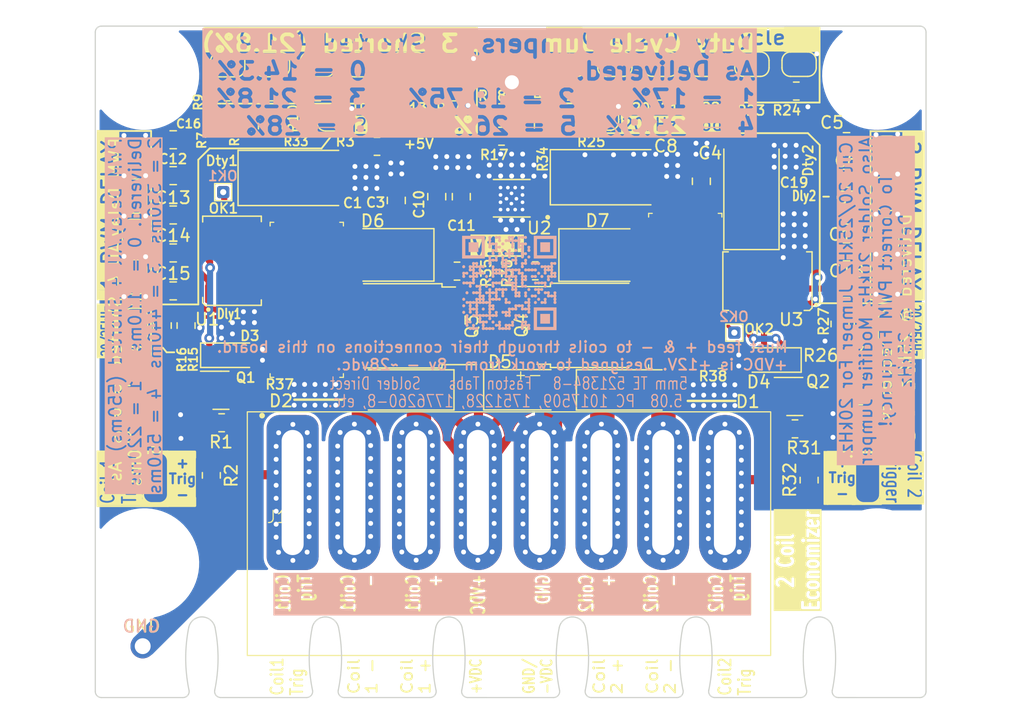
<source format=kicad_pcb>
(kicad_pcb (version 20221018) (generator pcbnew)
  (layers (0 "F.Cu" signal) (31 "B.Cu" signal) (34 "B.Paste" user) (35 "F.Paste" user) (36 "B.SilkS" user "B.Silkscreen") (37 "F.SilkS" user "F.Silkscreen") (38 "B.Mask" user) (39 "F.Mask" user) (44 "Edge.Cuts" user))
  (net 0 "")
  (net 1 "DutyCycAdj1")
  (net 2 "Delay_Adj1")
  (net 3 "OSC_Adj1")
  (net 4 "OK1")
  (net 5 "Input1")
  (net 6 "Net-(Q1-B)")
  (net 7 "Net-(JP1-B)")
  (net 8 "Net-(JP1-A)")
  (net 9 "Net-(Q1-C)")
  (net 10 "+VDC")
  (net 11 "GND")
  (net 12 "Coil1trig")
  (net 13 "Coil2trig")
  (net 14 "Net-(JP2-A)")
  (net 15 "+5V")
  (net 16 "Coil2+")
  (net 17 "Net-(JP2-B)")
  (net 18 "Net-(JP5-B)")
  (net 19 "Net-(JP6-B)")
  (net 20 "Net-(JP8-A)")
  (net 21 "Net-(JP13-A)")
  (net 22 "Net-(JP9-B)")
  (net 23 "Net-(JP10-B)")
  (net 24 "Net-(JP11-B)")
  (net 25 "Net-(JP12-B)")
  (net 26 "Net-(JP3-A)")
  (net 27 "Net-(JP4-A)")
  (net 28 "Delay_Adj2")
  (net 29 "Net-(JP21-B)")
  (net 30 "Net-(JP22-B)")
  (net 31 "Net-(JP23-B)")
  (net 32 "Net-(JP24-B)")
  (net 33 "Net-(JP26-A)")
  (net 34 "Input2")
  (net 35 "Net-(JP14-A)")
  (net 36 "Net-(JP14-B)")
  (net 37 "Net-(JP15-A)")
  (net 38 "Net-(JP16-A)")
  (net 39 "Net-(JP17-B)")
  (net 40 "Net-(JP18-B)")
  (net 41 "Net-(JP20-A)")
  (net 42 "Net-(JP25-A)")
  (net 43 "OSC_Adj2")
  (net 44 "Net-(JP26-B)")
  (net 45 "Net-(Q2-C)")
  (net 46 "Net-(Q2-B)")
  (net 47 "DutyCycAdj2")
  (net 48 "OK2")
  (net 49 "Coil1+")
  (net 50 "Net-(D6-A)")
  (net 51 "Net-(D7-A)")
  (net 52 "Net-(U1-OUT)")
  (net 53 "Net-(U3-OUT)")
  (footprint "TestPoint:TestPoint_THTPad_1.0x1.0mm_Drill0.5mm" (layer "F.Cu") (at 56.47 69.6 -90)
    (fp_text reference "TP1" hide)
    (fp_text value "TestPoint")
  )
  (footprint "Resistor_SMD:R_0805_2012Metric_Pad1.20x1.40mm_HandSolder" (layer "F.Cu") (at 104.43 93.19 90)
    (fp_text reference "R32")
    (fp_text value "10k")
  )
  (footprint "Resistor_SMD:R_0805_2012Metric_Pad1.20x1.40mm_HandSolder" (layer "F.Cu") (at 55.93 64.31 90)
    (fp_text reference "R7")
    (fp_text value "10k")
  )
  (footprint "Capacitor_SMD:C_0805_2012Metric_Pad1.18x1.45mm_HandSolder" (layer "F.Cu") (at 52.3775 74.58 180)
    (fp_text reference "C14")
    (fp_text value "100nF")
  )
  (footprint "Capacitor_SMD:C_0805_2012Metric_Pad1.18x1.45mm_HandSolder" (layer "F.Cu") (at 50.8725 89.72)
    (fp_text reference "C2")
    (fp_text value "100nF")
  )
  (footprint "Diode_SMD:D_SMA_Handsoldering" (layer "F.Cu") (at 70.85 85.8 180)
    (fp_text reference "D2")
    (fp_text value "D_Schottky")
  )
  (footprint "Resistor_SMD:R_0805_2012Metric_Pad1.20x1.40mm_HandSolder" (layer "F.Cu") (at 84.88 61.33 180)
    (fp_text reference "R19")
    (fp_text value "1k")
  )
  (footprint "Quick_Connect_Faston:Multi-Fit_Faston-SolderedWire-5&5.08mmWireToBoardBlock_1x08" (layer "F.Cu") (at 79.853384 96.705639)
    (fp_text reference "J1" hide)
    (fp_text value "Conn_01x08_Pin")
  )
  (footprint "Resistor_SMD:R_0805_2012Metric_Pad1.20x1.40mm_HandSolder" (layer "F.Cu") (at 108.5725 87.75)
    (fp_text reference "R30")
    (fp_text value "4.7k")
  )
  (footprint "Jumper:SolderJumper-2_P1.3mm_Open_RoundedPad1.0x1.5mm" (layer "F.Cu") (at 67.93 59.16)
    (fp_text reference "JP5" hide)
    (fp_text value "SJO")
  )
  (footprint "Capacitor_Tantalum_SMD:CP_EIA-7343-15_Kemet-W_Pad2.25x2.55mm_HandSolder" (layer "F.Cu") (at 87.83 68.38)
    (fp_text reference "C8")
    (fp_text value "22uF_LowR")
  )
  (footprint "Jumper:SolderJumper-2_P1.3mm_Open_RoundedPad1.0x1.5mm" (layer "F.Cu") (at 96.02 59.12)
    (fp_text reference "JP17" hide)
    (fp_text value "SJO")
  )
  (footprint "Resistor_SMD:R_0805_2012Metric_Pad1.20x1.40mm_HandSolder" (layer "F.Cu") (at 50.84 85.89)
    (fp_text reference "R5")
    (fp_text value "4.7k")
  )
  (footprint "Resistor_SMD:R_0805_2012Metric_Pad1.20x1.40mm_HandSolder" (layer "F.Cu") (at 99.68 61.32 180)
    (fp_text reference "R23")
    (fp_text value "1k")
  )
  (footprint "Package_TO_SOT_SMD:SOT-23" (layer "F.Cu") (at 103.2575 86.34)
    (fp_text reference "Q2")
    (fp_text value "PNP")
  )
  (footprint "Resistor_SMD:R_0805_2012Metric_Pad1.20x1.40mm_HandSolder" (layer "F.Cu") (at 75.322 61.39 180)
    (fp_text reference "R14")
    (fp_text value "1k")
  )
  (footprint "Jumper:SolderJumper-3_P1.3mm_Open_RoundedPad1.0x1.5mm" (layer "F.Cu") (at 109.22 93 -90)
    (fp_text reference "JP26" hide)
    (fp_text value "Jumper_3_Open")
  )
  (footprint "Resistor_SMD:R_0805_2012Metric_Pad1.20x1.40mm_HandSolder" (layer "F.Cu") (at 67.91 61.39 180)
    (fp_text reference "R12")
    (fp_text value "1k")
  )
  (footprint "Jumper:SolderJumper-2_P1.3mm_Bridged_RoundedPad1.0x1.5mm" (layer "F.Cu") (at 110.78 76.4 90)
    (fp_text reference "JP24" hide)
    (fp_text value "SJC")
  )
  (footprint "MountingHole:MountingHole_4mm" (layer "F.Cu") (at 50 100)
    (fp_text reference "H1" hide)
    (fp_text value "MountingHole")
  )
  (footprint "Capacitor_SMD:C_0805_2012Metric_Pad1.18x1.45mm_HandSolder" (layer "F.Cu") (at 52.3775 68.25 180)
    (fp_text reference "C12")
    (fp_text value "100nF")
  )
  (footprint "DRV103:DRV103 No Heatsink" (layer "F.Cu") (at 57.19 75.22 90)
    (fp_text reference "U1")
    (fp_text value "DRV103 SO-8")
  )
  (footprint "TPS7B8250QDGNRQ1:SOP65P490X110-9N" (layer "F.Cu") (at 80.09 70.1 180)
    (fp_text reference "U2")
    (fp_text value "TPS7B8250QDGNRQ1")
  )
  (footprint "Jumper:SolderJumper-2_P1.3mm_Bridged_RoundedPad1.0x1.5mm" (layer "F.Cu") (at 49.28 80.51 -90)
    (fp_text reference "JP13" hide)
    (fp_text value "SJC")
  )
  (footprint "Resistor_SMD:R_0805_2012Metric_Pad1.20x1.40mm_HandSolder" (layer "F.Cu") (at 75.61 76.07)
    (fp_text reference "R35")
    (fp_text value "3k")
  )
  (footprint "Jumper:SolderJumper-2_P1.3mm_Bridged_RoundedPad1.0x1.5mm" (layer "F.Cu") (at 49.2175 73.23 -90)
    (fp_text reference "JP11" hide)
    (fp_text value "SJC")
  )
  (footprint "Resistor_SMD:R_0805_2012Metric_Pad1.20x1.40mm_HandSolder" (layer "F.Cu") (at 50.84 83.99)
    (fp_text reference "R6")
    (fp_text value "4.7k")
  )
  (footprint "Capacitor_Tantalum_SMD:CP_EIA-7343-15_Kemet-W_Pad2.25x2.55mm_HandSolder" (layer "F.Cu") (at 99.71 69.72 90)
    (fp_text reference "C19")
    (fp_text value "22uF_LowR")
  )
  (footprint "Resistor_SMD:R_0805_2012Metric_Pad1.20x1.40mm_HandSolder" (layer "F.Cu") (at 64.204 61.39 180)
    (fp_text reference "R11")
    (fp_text value "1k")
  )
  (footprint "Jumper:SolderJumper-2_P1.3mm_Bridged_RoundedPad1.0x1.5mm" (layer "F.Cu") (at 110.79 66.41 -90)
    (fp_text reference "JP21" hide)
    (fp_text value "SJC")
  )
  (footprint "Capacitor_SMD:C_0805_2012Metric_Pad1.18x1.45mm_HandSolder" (layer "F.Cu") (at 108.5825 89.68 180)
    (fp_text reference "C20")
    (fp_text value "100nF")
  )
  (footprint "Resistor_SMD:R_0805_2012Metric_Pad1.20x1.40mm_HandSolder" (layer "F.Cu") (at 56.792 61.39 180)
    (fp_text reference "R9")
    (fp_text value "1k")
  )
  (footprint "Jumper:SolderJumper-2_P1.3mm_Bridged_RoundedPad1.0x1.5mm" (layer "F.Cu") (at 49.2175 69.92 -90)
    (fp_text reference "JP10" hide)
    (fp_text value "SJC")
  )
  (footprint "MountingHole:MountingHole_4mm" (layer "F.Cu") (at 110 60)
    (fp_text reference "H4" hide)
    (fp_text value "MountingHole")
  )
  (footprint "Resistor_SMD:R_0805_2012Metric_Pad1.20x1.40mm_HandSolder" (layer "F.Cu") (at 58.62 64.19 90)
    (fp_text reference "R8")
    (fp_text value "100k")
  )
  (footprint "Package_TO_SOT_SMD:SOT-23" (layer "F.Cu") (at 56.2875 85.83)
    (fp_text reference "Q1")
    (fp_text value "PNP")
  )
  (footprint "Jumper:SolderJumper-2_P1.3mm_Open_RoundedPad1.0x1.5mm" (layer "F.Cu") (at 103.61 59.12)
    (fp_text reference "JP19" hide)
    (fp_text value "SJO")
  )
  (footprint "Jumper:SolderJumper-2_P1.3mm_Bridged_RoundedPad1.0x1.5mm" (layer "F.Cu") (at 84.73 59.12 180)
    (fp_text reference "JP14" hide)
    (fp_text value "SJC")
  )
  (footprint "SMD_Res_footprints:SMD_Res 3W 12x5.8 & 2512" (layer "F.Cu") (at 63.31 78.42 -90)
    (fp_text reference "R37")
    (fp_text value "100R 2W/3W")
  )
  (footprint "Resistor_SMD:R_0805_2012Metric_Pad1.20x1.40mm_HandSolder" (layer "F.Cu") (at 108.86 80.4 -90)
    (fp_text reference "R26")
    (fp_text value "1M")
  )
  (footprint "Jumper:SolderJumper-2_P1.3mm_Bridged_RoundedPad1.0x1.5mm" (layer "F.Cu") (at 92.3 59.12 180)
    (fp_text reference "JP16" hide)
    (fp_text value "SJC")
  )
  (footprint "Jumper:SolderJumper-2_P1.3mm_Open_RoundedPad1.0x1.5mm" (layer "F.Cu") (at 75.32 59.16)
    (fp_text reference "JP7" hide)
    (fp_text value "SJO")
  )
  (footprint "Capacitor_SMD:C_0805_2012Metric_Pad1.18x1.45mm_HandSolder" (layer "F.Cu") (at 107.4925 77.5)
    (fp_text reference "C18")
    (fp_text value "100nF")
  )
  (footprint "Diode_SMD:D_SOD-123" (layer "F.Cu") (at 56.98 82.96)
    (fp_text reference "D3")
    (fp_text value "D_Zener")
  )
  (footprint "Resistor_SMD:R_0805_2012Metric_Pad1.20x1.40mm_HandSolder" (layer "F.Cu") (at 79.25 65.02)
    (fp_text reference "R17")
    (fp_text value "10k")
  )
  (footprint "Capacitor_SMD:C_0805_2012Metric_Pad1.18x1.45mm_HandSolder" (layer "F.Cu") (at 75.96 69.9725 90)
    (fp_text reference "C11")
    (fp_text value "220nF")
  )
  (footprint "Jumper:SolderJumper-3_P1.3mm_Open_RoundedPad1.0x1.5mm" (layer "F.Cu") (at 50.93 93 -90)
    (fp_text reference "JP1" hide)
    (fp_text value "Jumper_3_Open")
  )
  (footprint "Resistor_SMD:R_0805_2012Metric_Pad1.20x1.40mm_HandSolder" (layer "F.Cu") (at 60.57 64.19 90)
    (fp_text reference "R33")
    (fp_text value "100k")
  )
  (footprint "Capacitor_SMD:C_0805_2012Metric_Pad1.18x1.45mm_HandSolder" (layer "F.Cu") (at 52.3775 65.31 180)
    (fp_text reference "C16")
    (fp_text value "100nF")
  )
  (footprint "Capacitor_SMD:C_0805_2012Metric_Pad1.18x1.45mm_HandSolder" (layer "F.Cu") (at 107.4925 71.48)
    (fp_text reference "C7")
    (fp_text value "100nF")
  )
  (footprint "Diode_SMD:D_SMA" (layer "F.Cu") (at 81.3 85.79)
    (fp_text reference "D5")
    (fp_text value "D_Zener")
  )
  (footprint "Jumper:SolderJumper-2_P1.3mm_Open_RoundedPad1.0x1.5mm" (layer "F.Cu") (at 99.75 59.12)
    (fp_text reference "JP18" hide)
    (fp_text value "SJO")
  )
  (footprint "JLCPCB:Tooling_Hole" (layer "F.Cu") (at 80.1 60.6)
    (fp_text reference "REF**" hide)
    (fp_text value "JLCPCB_Tooling_Hole")
  )
  (footprint "Capacitor_Tantalum_SMD:CP_EIA-7343-15_Kemet-W_Pad2.25x2.55mm_HandSolder" (layer "F.Cu") (at 62.27 68.44)
    (fp_text reference "C1")
    (fp_text value "22uF_LowR")
  )
  (footprint "Jumper:SolderJumper-2_P1.3mm_Bridged_RoundedPad1.0x1.5mm" (layer "F.Cu") (at 64.19 59.15 180)
    (fp_text reference "JP4" hide)
    (fp_text value "SJC")
  )
  (footprint "TestPoint:TestPoint_THTPad_1.0x1.0mm_Drill0.5mm" (layer "F.Cu") (at 98.31 81.11 180)
    (fp_text reference "TP2" hide)
    (fp_text value "TestPoint")
  )
  (footprint "Resistor_SMD:R_0805_2012Metric_Pad1.20x1.40mm_HandSolder" (layer "F.Cu") (at 79.25 63.1)
    (fp_text reference "R18")
    (fp_text value "10k")
  )
  (footprint "MountingHole:MountingHole_4mm" (layer "F.Cu") (at 110 100)
    (fp_text reference "H3" hide)
    (fp_text value "MountingHole")
  )
  (footprint "Capacitor_SMD:C_0805_2012Metric_Pad1.18x1.45mm_HandSolder" (layer "F.Cu") (at 52.3775 77.69 180)
    (fp_text reference "C15")
    (fp_text value "100nF")
  )
  (footprint "Resistor_SMD:R_0805_2012Metric_Pad1.20x1.40mm_HandSolder" (layer "F.Cu") (at 82.015 76.045 180)
    (fp_text reference "R36")
    (fp_text value "3k")
  )
  (footprint "Resistor_SMD:R_0805_2012Metric_Pad1.20x1.40mm_HandSolder" (layer "F.Cu") (at 88.58 61.33 180)
    (fp_text reference "R20")
    (fp_text value "1k")
  )
  (footprint "Package_TO_SOT_SMD:TO-252-2" (layer "F.Cu") (at 86.565 80.515)
    (fp_text reference "Q4")
    (fp_text value "SUD50P10-43L")
  )
  (footprint "Resistor_SMD:R_0805_2012Metric_Pad1.20x1.40mm_HandSolder" (layer "F.Cu") (at 53.43 80.53 -90)
    (fp_text reference "R15")
    (fp_text value "255k")
  )
  (footprint "Jumper:SolderJumper-2_P1.3mm_Open_RoundedPad1.0x1.5mm" (layer "F.Cu") (at 71.64 59.16)
    (fp_text reference "JP6" hide)
    (fp_text value "SJO")
  )
  (footprint "Resistor_SMD:R_0805_2012Metric_Pad1.20x1.40mm_HandSolder" (layer "F.Cu") (at 95.98 61.32 180)
    (fp_text reference "R22")
    (fp_text value "1k")
  )
  (footprint "Package_TO_SOT_SMD:TO-252-2" (layer "F.Cu") (at 71.07 80.55 180)
    (fp_text reference "Q3")
    (fp_text value "SUD50P10-43L")
  )
  (footprint "Capacitor_SMD:C_0805_2012Metric_Pad1.18x1.45mm_HandSolder" (layer "F.Cu") (at 95.61 68.7125 90)
    (fp_text reference "C4")
    (fp_text value "10uF")
  )
  (footprint "Capacitor_SMD:C_0805_2012Metric_Pad1.18x1.45mm_HandSolder" (layer "F.Cu") (at 70.64 70.28 90)
    (fp_text reference "C3")
    (fp_text value "10uF")
  )
  (footprint "Diode_SMD:D_SMB" (layer "F.Cu") (at 70.06 74.74 180)
    (fp_text reference "D6")
    (fp_text value "D_16V_Zener")
  )
  (footprint "Resistor_SMD:R_0805_2012Metric_Pad1.20x1.40mm_HandSolder" (layer "F.Cu") (at 55.5 92.8 90)
    (fp_text reference "R2")
    (fp_text value "10k")
  )
  (footprint "Resistor_SMD:R_0805_2012Metric_Pad1.20x1.40mm_HandSolder" (layer "F.Cu") (at 71.616 61.39 180)
    (fp_text reference "R13")
    (fp_text value "1k")
  )
  (footprint "Resistor_SMD:R_0805_2012Metric_Pad1.20x1.40mm_HandSolder" (layer "F.Cu") (at 50.8425 87.79 180)
    (fp_text reference "R4")
    (fp_text value "4.7k")
  )
  (footprint "Resistor_SMD:R_0805_2012Metric_Pad1.20x1.40mm_HandSolder" (layer "F.Cu") (at 60.498 61.39 180)
    (fp_text reference "R10")
    (fp_text value "1k")
  )
  (footprint "Capacitor_SMD:C_0805_2012Metric_Pad1.18x1.45mm_HandSolder" (layer "F.Cu") (at 107.4925 68.47)
    (fp_text reference "C6")
    (fp_text value "100nF")
  )
  (footprint "Jumper:SolderJumper-2_P1.3mm_Bridged_RoundedPad1.0x1.5mm" (layer "F.Cu") (at 60.5 59.15 180)
    (fp_text reference "JP3" hide)
    (fp_text value "SJC")
  )
  (footprint "Jumper:SolderJumper-2_P1.3mm_Open_RoundedPad1.0x1.5mm" (layer "F.Cu") (at 65.55 63.59)
    (fp_text reference "JP8" hide)
    (fp_text value "SJO")
  )
  (footprint "SMD_Res_footprints:SMD_Res 3W 12x5.8 & 2512" (layer "F.Cu") (at 94.29 77.69 -90)
    (fp_text reference "R38")
    (fp_text value "100R 2W/3W")
  )
  (footprint "Jumper:SolderJumper-2_P1.3mm_Bridged_RoundedPad1.0x1.5mm" (layer "F.Cu") (at 111.09 80.71 -90)
    (fp_text reference "JP25" hide)
    (fp_text value "SJC")
  )
  (footprint "Resistor_SMD:R_0805_2012Metric_Pad1.20x1.40mm_HandSolder" (layer "F.Cu") (at 92.28 61.33 180)
    (fp_text reference "R21")
    (fp_text value "1k")
  )
  (footprint "Resistor_SMD:R_0805_2012Metric_Pad1.20x1.40mm_HandSolder" (layer "F.Cu") (at 84.58 64.13 90)
    (fp_text reference "R25")
    (fp_text value "100k")
  )
  (footprint "Resistor_SMD:R_0805_2012Metric_Pad1.20x1.40mm_HandSolder" (layer "F.Cu") (at 103.38 61.32 180)
    (fp_text reference "R24")
    (fp_text value "1k")
  )
  (footprint "JLCPCB:Tooling_Hole" (layer "F.Cu") (at 110 109)
    (fp_text reference "REF**" hide)
    (fp_text value "JLCPCB_Tooling_Hole")
  )
  (footprint "Jumper:SolderJumper-2_P1.3mm_Bridged_RoundedPad1.0x1.5mm" (layer "F.Cu") (at 110.78 69.71 90)
    (fp_text reference "JP22" hide)
    (fp_text value "SJC")
  )
  (footprint "Jumper:SolderJumper-2_P1.3mm_Open_RoundedPad1.0x1.5mm" (layer "F.Cu") (at 87.44 63.53)
    (fp_text reference "JP20" hide)
    (fp_text value "SJO")
  )
  (footprint "Resistor_SMD:R_0805_2012Metric_Pad1.20x1.40mm_HandSolder" (layer "F.Cu") (at 108.5925 83.94 180)
    (fp_text reference "R28")
    (fp_text value "4.7k")
  )
  (footprint "JLCPCB:Tooling_Hole" (layer "F.Cu") (at 47.470446 109.441443)
    (fp_text reference "REF**" hide)
    (fp_text value "JLCPCB_Tooling_Hole")
  )
  (footprint "Diode_SMD:D_SMA_Handsoldering" (layer "F.Cu") (at 89.89 85.8)
    (fp_text reference "D1")
    (fp_text value "D_Schottky")
  )
  (footprint "Jumper:SolderJumper-2_P1.3mm_Bridged_RoundedPad1.0x1.5mm" (layer "F.Cu") (at 49.2175 66.61 -90)
    (fp_text reference "JP9" hide)
    (fp_text value "SJC")
  )
  (footprint "Capacitor_SMD:C_0805_2012Metric_Pad1.18x1.45mm_HandSolder" (layer "F.Cu") (at 52.3775 71.47 180)
    (fp_text reference "C13")
    (fp_text value "100nF")
  )
  (footprint "Jumper:SolderJumper-2_P1.3mm_Bridged_RoundedPad1.0x1.5mm" (layer "F.Cu") (at 56.84 59.16 180)
    (fp_text reference "JP2" hide)
    (fp_text value "SJC")
  )
  (footprint "MountingHole:MountingHole_4mm" (layer "F.Cu") (at 50 60)
    (fp_text reference "H2" hide)
    (fp_text value "MountingHole")
  )
  (footprint "Diode_SMD:D_SOD-123" (layer "F.Cu") (at 101.42 83.35 180)
    (fp_text reference "D4")
    (fp_text value "D_Zener")
  )
  (footprint "Resistor_SMD:R_0805_2012Metric_Pad1.20x1.40mm_HandSolder" (layer "F.Cu") (at 56.34 88.49 180)
    (fp_text reference "R1")
    (fp_text value "2.2K")
  )
  (footprint "Resistor_SMD:R_0805_2012Metric_Pad1.20x1.40mm_HandSolder" (layer "F.Cu") (at 108.5725 85.85 180)
    (fp_text reference "R29")
    (fp_text value "4.7k")
  )
  (footprint "Capacitor_SMD:C_0805_2012Metric_Pad1.18x1.45mm_HandSolder" (layer "F.Cu") (at 73.95 69.9725 90)
    (fp_text reference "C10")
    (fp_text value "220nF")
  )
  (footprint "Jumper:SolderJumper-2_P1.3mm_Bridged_RoundedPad1.0x1.5mm" (layer "F.Cu") (at 88.53 59.12 180)
    (fp_text reference "JP15" hide)
    (fp_text value "SJC")
  )
  (footprint "Resistor_SMD:R_0805_2012Metric_Pad1.20x1.40mm_HandSolder" (layer "F.Cu") (at 106.96 80.4 -90)
    (fp_text reference "R27")
    (fp_text value "255k")
  )
  (footprint "Capacitor_SMD:C_0805_2012Metric_Pad1.18x1.45mm_HandSolder" (layer "F.Cu") (at 107.4925 74.49)
    (fp_text reference "C17")
    (fp_text value "100nF")
  )
  (footprint "Resistor_SMD:R_0805_2012Metric_Pad1.20x1.40mm_HandSolder" (layer "F.Cu") (at 103.275 88.99 180)
    (fp_text reference "R31")
    (fp_text value "2.2K")
  )
  (footprint "Diode_SMD:D_SMB" (layer "F.Cu") (at 87.6075 74.755)
    (fp_text reference "D7")
    (fp_text value "D_16V_Zener")
  )
  (footprint "Jumper:SolderJumper-2_P1.3mm_Bridged_RoundedPad1.0x1.5mm" (layer "F.Cu") (at 49.2175 76.54 -90)
    (fp_text reference "JP12" hide)
    (fp_text value "SJC")
  )
  (footprint "Capacitor_SMD:C_0805_2012Metric_Pad1.18x1.45mm_HandSolder" (layer "F.Cu") (at 107.4925 65.46)
    (fp_text reference "C5")
    (fp_text value "100nF")
  )
  (footprint "Resistor_SMD:R_0805_2012Metric_Pad1.20x1.40mm_HandSolder" (layer "F.Cu") (at 51.48 80.53 -90)
    (fp_text reference "R16")
    (fp_text value "1M")
  )
  (footprint "Resistor_SMD:R_0805_2012Metric_Pad1.20x1.40mm_HandSolder" (layer "F.Cu") (at 82.68 64.13 90)
    (fp_text reference "R34")
    (fp_text value "100k")
  )
  (footprint "Jumper:SolderJumper-2_P1.3mm_Bridged_RoundedPad1.0x1.5mm" (layer "F.Cu") (at 110.78 73.07 90)
    (fp_text reference "JP23" hide)
    (fp_text value "SJC")
  )
  (footprint "Resistor_SMD:R_0805_2012Metric_Pad1.20x1.40mm_HandSolder" (layer "F.Cu") (at 69.06 65.85 180)
    (fp_text reference "R3")
    (fp_text value "10k")
  )
  (footprint "DRV103:DRV103 No Heatsink" (layer "F.Cu") (at 101.02 76.89 180)
    (fp_text reference "U3")
    (fp_text value "DRV103 SO-8")
  )
  (footprint "2 Coil Economizer Github Link:2 Coil Economizer Github Link" (layer "B.Cu") (at 79.89 77.04 180)
    (fp_text reference "G***" hide)
    (fp_text value "LOGO" hide)
  )
  (gr_line (start 77.24 64.76) (end 63.9 64.76) (stroke (width 0.15)) (layer "F.SilkS"))
  (gr_line (start 51.84 82.72) (end 52.46 82.72) (stroke (width 0.15)) (layer "F.SilkS"))
  (gr_line (start 49.86 95.04) (end 49.92 94.73) (stroke (width 0.15)) (layer "F.SilkS"))
  (gr_line (start 82.985 62.33) (end 82.985 56.13) (stroke (width 0.15)) (layer "F.SilkS"))
  (gr_line (start 51.41 95.1) (end 51.76 95.05) (stroke (width 0.15)) (layer "F.SilkS"))
  (gr_rect (start 82.985 56.1246) (end 85.815 58.04) (stroke (width 0.15)) (fill solid) (layer "F.SilkS"))
  (gr_line (start 89.08 62.33) (end 89.08 63.58) (stroke (width 0.15)) (layer "F.SilkS"))
  (gr_line (start 63.9 62.35) (end 54.94 62.35) (stroke (width 0.15)) (layer "F.SilkS"))
  (gr_rect (start 112.132385 64.708137) (end 113.732385 65.318137) (stroke (width 0.15)) (fill solid) (layer "F.SilkS"))
  (gr_line (start 110.05 90.95) (end 110.19 90.98) (stroke (width 0.15)) (layer "F.SilkS"))
  (gr_line (start 85.78 64.77) (end 97.93 64.77) (stroke (width 0.15)) (layer "F.SilkS"))
  (gr_line (start 110.27 94.76) (end 109.9 95.07) (stroke (width 0.15)) (layer "F.SilkS"))
  (gr_rect (start 74.38 56.1746) (end 77.24 58.04) (stroke (width 0.15)) (fill solid) (layer "F.SilkS"))
  (gr_line (start 63.9 62.35) (end 67.29 62.35) (stroke (width 0.15)) (layer "F.SilkS"))
  (gr_line (start 51.32 90.85) (end 51.91 91.18) (stroke (width 0.15)) (layer "F.SilkS"))
  (gr_line (start 105.285 56.13) (end 105.29 62.26) (stroke (width 0.15)) (layer "F.SilkS"))
  (gr_line (start 67.29 62.35) (end 67.29 63.81) (stroke (width 0.15)) (layer "F.SilkS"))
  (gr_line (start 51.65 90.89) (end 51.91 90.99) (stroke (width 0.15)) (layer "F.SilkS"))
  (gr_line (start 109.79 90.88) (end 110.21 91.22) (stroke (width 0.15)) (layer "F.SilkS"))
  (gr_line (start 108.185 91.25) (end 108.56 90.93) (stroke (width 0.15)) (layer "F.SilkS"))
  (gr_line (start 97.93 62.26) (end 105.29 62.26) (stroke (width 0.15)) (layer "F.SilkS"))
  (gr_line (start 109.9 95.07) (end 110.21 94.99) (stroke (width 0.15)) (layer "F.SilkS"))
  (gr_line (start 109.64 95.11) (end 110.27 94.76) (stroke (width 0.15)) (layer "F.SilkS"))
  (gr_rect (start 46.29 64.61) (end 47.89 65.29) (stroke (width 0.15)) (fill solid) (layer "F.SilkS"))
  (gr_rect (start 109.454885 64.613137) (end 113.824885 78.413137) (stroke (width 0.15)) (fill none) (layer "F.SilkS"))
  (gr_line (start 50.44 90.92) (end 49.89 90.98) (stroke (width 0.15)) (layer "F.SilkS"))
  (gr_rect (start 105.67 90.86) (end 105.955 95.16) (stroke (width 0.12)) (fill solid) (layer "F.SilkS"))
  (gr_line (start 50.56 78.8) (end 54.43 78.8) (stroke (width 0.15)) (layer "F.SilkS"))
  (gr_line (start 54.43 78.8) (end 54.43 66.95) (stroke (width 0.15)) (layer "F.SilkS"))
  (gr_line (start 55.36 66.02) (end 64.52 66.02) (stroke (width 0.15)) (layer "F.SilkS"))
  (gr_line (start 51.5 95.12) (end 51.41 95.1) (stroke (width 0.15)) (layer "F.SilkS"))
  (gr_rect (start 46.1975 64.59) (end 50.5675 78.39) (stroke (width 0.15)) (fill none) (layer "F.SilkS"))
  (gr_line (start 49.92 94.73) (end 50.03 94.95) (stroke (width 0.15)) (layer "F.SilkS"))
  (gr_line (start 54.94 62.35) (end 54.94 56.15) (stroke (width 0.15)) (layer "F.SilkS"))
  (gr_rect (start 106.015 90.89) (end 108.185 91.25) (stroke (width 0.2)) (fill solid) (layer "F.SilkS"))
  (gr_line (start 49.8 91.59) (end 50.25 90.91) (stroke (width 0.15)) (layer "F.SilkS"))
  (gr_rect (start 51.965 90.87) (end 54.155 91.35) (stroke (width 0.2)) (fill solid) (layer "F.SilkS"))
  (gr_line (start 108.55 82.76) (end 108.84 82.27) (stroke (width 0.15)) (layer "F.SilkS"))
  (gr_line (start 106.81 82.76) (end 108.55 82.76) (stroke (width 0.15)) (layer "F.SilkS"))
  (gr_rect (start 51.98 94.64) (end 54.16 95.29) (stroke (width 0.2)) (fill solid) (layer "F.SilkS"))
  (gr_line (start 97.93 64.77) (end 97.93 62.26) (stroke (width 0.15)) (layer "F.SilkS"))
  (gr_line (start 63.9 64.76) (end 63.9 62.35) (stroke (width 0.15)) (layer "F.SilkS"))
  (gr_line (start 82.985 62.33) (end 85.78 62.33) (stroke (width 0.15)) (layer "F.SilkS"))
  (gr_rect (start 46.29 77.685) (end 47.89 78.295) (stroke (width 0.15)) (fill solid) (layer "F.SilkS"))
  (gr_line (start 108.09 90.87) (end 110.46 90.87) (stroke (width 0.15)) (layer "F.SilkS"))
  (gr_line (start 104.33 64.77) (end 105.3 65.74) (stroke (width 0.15)) (layer "F.SilkS"))
  (gr_line (start 110.21 91.22) (end 110.05 90.95) (stroke (width 0.15)) (layer "F.SilkS"))
  (gr_line (start 108.56 90.93) (end 108.3 91) (stroke (width 0.15)) (layer "F.SilkS"))
  (gr_line (start 62.3 86.6) (end 66.2 86.6) (stroke (width 0.2)) (layer "F.SilkS"))
  (gr_line (start 49.8 94.45) (end 50.28 95.11) (stroke (width 0.15)) (layer "F.SilkS"))
  (gr_line (start 108.64 95.09) (end 108.22 94.98) (stroke (width 0.15)) (layer "F.SilkS"))
  (gr_line (start 51.91 91.18) (end 51.65 90.89) (stroke (width 0.15)) (layer "F.SilkS"))
  (gr_rect (start 109.83 78.7) (end 113.82 83.2) (stroke (width 0.15)) (fill none) (layer "F.SilkS"))
  (gr_rect (start 105.94 94.53) (end 108.18 95.12) (stroke (width 0.2)) (fill solid) (layer "F.SilkS"))
  (gr_line (start 109.83 78.7) (end 105.3 78.7) (stroke (width 0.15)) (layer "F.SilkS"))
  (gr_rect (start 54.94 56.17) (end 57.77 58.0854) (stroke (width 0.15)) (fill solid) (layer "F.SilkS"))
  (gr_line (start 54.43 66.95) (end 55.36 66.02) (stroke (width 0.15)) (layer "F.SilkS"))
  (gr_line (start 64.52 66.02) (end 65.5 64.77) (stroke (width 0.15)) (layer "F.SilkS"))
  (gr_line (start 85.78 62.33) (end 85.78 64.77) (stroke (width 0.15)) (layer "F.SilkS"))
  (gr_line (start 85.78 62.33) (end 89.08 62.33) (stroke (width 0.15)) (layer "F.SilkS"))
  (gr_rect (start 46.2 78.8) (end 50.56 83.14) (stroke (width 0.15)) (fill none) (layer "F.SilkS"))
  (gr_line (start 105.3 78.7) (end 105.3 65.74) (stroke (width 0.15)) (layer "F.SilkS"))
  (gr_rect (start 76.04 63.38) (end 77.23 64.73) (stroke (width 0.15)) (fill solid) (layer "F.SilkS"))
  (gr_line (start 50.25 90.91) (end 50.44 90.92) (stroke (width 0.15)) (layer "F.SilkS"))
  (gr_line (start 77.24 56.15) (end 77.24 64.76) (stroke (width 0.15)) (layer "F.SilkS"))
  (gr_line (start 94.5 86.7) (end 98.4 86.7) (stroke (width 0.2)) (layer "F.SilkS"))
  (gr_line (start 54.94 56.15) (end 77.24 56.15) (stroke (width 0.15)) (layer "F.SilkS"))
  (gr_rect (start 112.132385 77.713137) (end 113.732385 78.393137) (stroke (width 0.15)) (fill solid) (layer "F.SilkS"))
  (gr_line (start 49.89 90.98) (end 49.91 91.28) (stroke (width 0.15)) (layer "F.SilkS"))
  (gr_line (start 49.91 91.28) (end 50.03 91.04) (stroke (width 0.15)) (layer "F.SilkS"))
  (gr_line (start 51.84 82.72) (end 51.535 82.35) (stroke (width 0.15)) (layer "F.SilkS"))
  (gr_rect (start 102.425 56.1046) (end 105.285 58.07) (stroke (width 0.1)) (fill solid) (layer "F.SilkS"))
  (gr_rect (start 46.18 90.84) (end 51.94 95.32) (stroke (width 0.15)) (fill none) (layer "F.SilkS"))
  (gr_line (start 50.28 95.11) (end 50.4 95.07) (stroke (width 0.15)) (layer "F.SilkS"))
  (gr_line (start 67.325 63.58) (end 66.995 63.58) (stroke (width 0.15)) (layer "F.SilkS"))
  (gr_line (start 104.33 64.77) (end 97.93 64.77) (stroke (width 0.15)) (layer "F.SilkS"))
  (gr_line (start 49.73 95.17) (end 51.84 95.17) (stroke (width 0.2)) (layer "F.SilkS"))
  (gr_line (start 110.33 95.15) (end 107.96 95.15) (stroke (width 0.15)) (layer "F.SilkS"))
  (gr_line (start 51.84 94.82) (end 51.5 95.12) (stroke (width 0.15)) (layer "F.SilkS"))
  (gr_line (start 51.84 95.17) (end 51.84 94.82) (stroke (width 0.15)) (layer "F.SilkS"))
  (gr_line (start 50.4 95.07) (end 49.86 95.04) (stroke (width 0.15)) (layer "F.SilkS"))
  (gr_line (start 50.03 94.95) (end 49.93 94.97) (stroke (width 0.15)) (layer "F.SilkS"))
  (gr_line (start 108.13 94.72) (end 108.64 95.09) (stroke (width 0.15)) (layer "F.SilkS"))
  (gr_arc (start 53.648422 105.259629) (mid 54.723552 104.395051) (end 55.799554 105.258557) (stroke (width 0.1)) (layer "Edge.Cuts"))
  (gr_arc (start 106.8167 110.998928) (mid 106.430018 110.815925) (end 106.326409 110.400875) (stroke (width 0.1)) (layer "Edge.Cuts"))
  (gr_arc (start 94.111567 110.401947) (mid 93.840696 107.831955) (end 94.088422 105.259629) (stroke (width 0.1)) (layer "Edge.Cuts"))
  (gr_line (start 73.401276 111) (end 66.3767 110.998928) (stroke (width 0.1)) (layer "Edge.Cuts"))
  (gr_arc (start 114 110.5) (mid 113.853553 110.853553) (end 113.5 111) (stroke (width 0.1)) (layer "Edge.Cuts"))
  (gr_arc (start 63.758422 105.259629) (mid 64.833552 104.395051) (end 65.909554 105.258557) (stroke (width 0.1)) (layer "Edge.Cuts"))
  (gr_line (start 46 110.5) (end 46 56.5) (stroke (width 0.1)) (layer "Edge.Cuts"))
  (gr_line (start 83.511276 111) (end 76.4867 110.998928) (stroke (width 0.1)) (layer "Edge.Cuts"))
  (gr_line (start 46.5 56) (end 113.5 56) (stroke (width 0.1)) (layer "Edge.Cuts"))
  (gr_arc (start 53.671567 110.401947) (mid 53.400696 107.831955) (end 53.648422 105.259629) (stroke (width 0.1)) (layer "Edge.Cuts"))
  (gr_arc (start 104.221567 110.401947) (mid 103.950696 107.831955) (end 104.198422 105.259629) (stroke (width 0.1)) (layer "Edge.Cuts"))
  (gr_arc (start 96.239554 105.258557) (mid 96.487277 107.830883) (end 96.216409 110.400875) (stroke (width 0.1)) (layer "Edge.Cuts"))
  (gr_arc (start 84.001567 110.401947) (mid 83.730696 107.831955) (end 83.978422 105.259629) (stroke (width 0.1)) (layer "Edge.Cuts"))
  (gr_arc (start 73.868422 105.259629) (mid 74.943552 104.395051) (end 76.019554 105.258557) (stroke (width 0.1)) (layer "Edge.Cuts"))
  (gr_arc (start 84.001567 110.401947) (mid 83.897945 110.816989) (end 83.511276 111) (stroke (width 0.1)) (layer "Edge.Cuts"))
  (gr_arc (start 46.5 111) (mid 46.146447 110.853553) (end 46 110.5) (stroke (width 0.1)) (layer "Edge.Cuts"))
  (gr_arc (start 55.799554 105.258557) (mid 56.047277 107.830883) (end 55.776409 110.400875) (stroke (width 0.1)) (layer "Edge.Cuts"))
  (gr_arc (start 104.198422 105.259629) (mid 105.273552 104.395051) (end 106.349554 105.258557) (stroke (width 0.1)) (layer "Edge.Cuts"))
  (gr_arc (start 83.978422 105.259629) (mid 85.053552 104.395051) (end 86.129554 105.258557) (stroke (width 0.1)) (layer "Edge.Cuts"))
  (gr_arc (start 66.3767 110.998928) (mid 65.990018 110.815925) (end 65.886409 110.400875) (stroke (width 0.1)) (layer "Edge.Cuts"))
  (gr_line (start 103.731276 111) (end 96.7067 110.998928) (stroke (width 0.1)) (layer "Edge.Cuts"))
  (gr_arc (start 56.2667 110.998928) (mid 55.880018 110.815925) (end 55.776409 110.400875) (stroke (width 0.1)) (layer "Edge.Cuts"))
  (gr_arc (start 104.221567 110.401947) (mid 104.117945 110.816989) (end 103.731276 111) (stroke (width 0.1)) (layer "Edge.Cuts"))
  (gr_arc (start 94.088422 105.259629) (mid 95.163552 104.395051) (end 96.239554 105.258557) (stroke (width 0.1)) (layer "Edge.Cuts"))
  (gr_arc (start 96.7067 110.998928) (mid 96.320018 110.815925) (end 96.216409 110.400875) (stroke (width 0.1)) (layer "Edge.Cuts"))
  (gr_arc (start 53.671567 110.401947) (mid 53.567945 110.816989) (end 53.181276 111) (stroke (width 0.1)) (layer "Edge.Cuts"))
  (gr_arc (start 94.111567 110.401947) (mid 94.007945 110.816989) (end 93.621276 111) (stroke (width 0.1)) (layer "Edge.Cuts"))
  (gr_arc (start 65.909554 105.258557) (mid 66.157277 107.830883) (end 65.886409 110.400875) (stroke (width 0.1)) (layer "Edge.Cuts"))
  (gr_line (start 114 56.5) (end 114 110.5) (stroke (width 0.1)) (layer "Edge.Cuts"))
  (gr_line (start 106.8167 110.998928) (end 113.5 111) (stroke (width 0.1)) (layer "Edge.Cuts"))
  (gr_arc (start 76.4867 110.998928) (mid 76.100018 110.815925) (end 75.996409 110.400875) (stroke (width 0.1)) (layer "Edge.Cuts"))
  (gr_line (start 93.621276 111) (end 86.5967 110.998928) (stroke (width 0.1)) (layer "Edge.Cuts"))
  (gr_arc (start 106.349554 105.258557) (mid 106.597277 107.830883) (end 106.326409 110.400875) (stroke (width 0.1)) (layer "Edge.Cuts"))
  (gr_arc (start 73.891567 110.401947) (mid 73.620696 107.831955) (end 73.868422 105.259629) (stroke (width 0.1)) (layer "Edge.Cuts"))
  (gr_arc (start 63.781567 110.401947) (mid 63.510696 107.831955) (end 63.758422 105.259629) (stroke (width 0.1)) (layer "Edge.Cuts"))
  (gr_line (start 46.5 111) (end 53.181276 111) (stroke (width 0.1)) (layer "Edge.Cuts"))
  (gr_arc (start 63.781567 110.401947) (mid 63.677945 110.816989) (end 63.291276 111) (stroke (width 0.1)) (layer "Edge.Cuts"))
  (gr_arc (start 76.019554 105.258557) (mid 76.267277 107.830883) (end 75.996409 110.400875) (stroke (width 0.1)) (layer "Edge.Cuts"))
  (gr_arc (start 86.5967 110.998928) (mid 86.210018 110.815925) (end 86.106409 110.400875) (stroke (width 0.1)) (layer "Edge.Cuts"))
  (gr_arc (start 86.129554 105.258557) (mid 86.377277 107.830883) (end 86.106409 110.400875) (stroke (width 0.1)) (layer "Edge.Cuts"))
  (gr_line (start 63.291276 111) (end 56.2667 110.998928) (stroke (width 0.1)) (layer "Edge.Cuts"))
  (gr_arc (start 113.5 56) (mid 113.853553 56.146447) (end 114 56.5) (stroke (width 0.1)) (layer "Edge.Cuts"))
  (gr_arc (start 46 56.5) (mid 46.146447 56.146447) (end 46.5 56) (stroke (width 0.1)) (layer "Edge.Cuts"))
  (gr_arc (start 73.891567 110.401947) (mid 73.787945 110.816989) (end 73.401276 111) (stroke (width 0.1)) (layer "Edge.Cuts"))
  (gr_text "Duty Cycle Jumpers, 3 Shorted (21.8%)\nAs Delivered.               0 = 14.3%   \n1 = 17%    2 = 19.75%   3 = 21.8%\n4 = 23.9%  5 = 26%      6 = 28%" (at 100.19 65.02) (layer "B.SilkS" knockout) (effects (font (size 1.4 1.5) (thickness 0.3) bold) (justify left bottom mirror)))
  (gr_text "Must feed + & - to coils through their connections on this board.\n+VDC is +12V. Designed to work from  8v - ~28vdc. " (at 102.77 84.26) (layer "B.SilkS") (effects (font (size 0.9 0.9)) (justify left bottom mirror)))
  (gr_text "OK1" (at 57.73 68.75) (layer "B.SilkS") (effects (font (size 0.8 0.8) (thickness 0.15) bold) (justify left bottom mirror)))
  (gr_text "Coil1\nTrig\n\nCoil1\n-\n\nCoil1\n+\n\n+VDC\n\n\nGND\n\nCoil2\n+\n\nCoil2\n-\n\nCoil2\nTrig" (at 99.234067 100.8 90) (layer "B.SilkS" knockout) (effects (font (size 1.1 0.8) (thickness 0.2) bold) (justify left bottom mirror)))
  (gr_text "OK2" (at 99.57 80.27) (layer "B.SilkS") (effects (font (size 0.8 0.8) (thickness 0.15) bold) (justify left bottom mirror)))
  (gr_text "GND" (at 51.380446 105.741443) (layer "B.SilkS") (effects (font (size 1 1)) (justify left bottom mirror)))
  (gr_text "Cut 20/25kHZ Jumper For 20kHz.\nAlso Solder 20kHz Modifier Jumper\nTo Correct PWM Frequency!\nDelivered @ 25kHz" (at 112.89 78.48 90) (layer "B.SilkS" knockout) (effects (font (size 1 1)) (justify bottom mirror)))
  (gr_text "PWM Delay,All 4 Shorted (550ms) As\nDelivered. 0 =  110ms   1 = 220ms  \n2 = 330ms  3 = 440ms  4 = 550ms" (at 51.45 65.05 90) (layer "B.SilkS" knockout) (effects (font (size 1 1)) (justify left bottom mirror)))
  (gr_text "Coil1\nTrig\n\nCoil1\n-\n\nCoil1\n+\n\n+VDC\n\n\nGND\n\nCoil2\n+\n\nCoil2\n-\n\nCoil2\nTrig" (at 99.25 100.75 90) (layer "F.SilkS" knockout) (effects (font (size 1.1 0.8) (thickness 0.2) bold) (justify right bottom)))
  (gr_text "Osc1" (at 47.9 82.91) (layer "F.SilkS") (effects (font (size 0.8 0.7)) (justify left bottom)))
  (gr_text "Coil 2\nTrigger" (at 110.64 90.85 270) (layer "F.SilkS" knockout) (effects (font (size 1.1 0.8)) (justify left bottom)))
  (gr_text "2 Coil\nEconomizer" (at 105.36 99.8 90) (layer "F.SilkS" knockout) (effects (font (size 1.3 0.95) (thickness 0.2375) bold) (justify bottom)))
  (gr_text "Coil1\nTrig" (at 63.07 110.92 90) (layer "F.SilkS") (effects (font (size 1 0.8)) (justify left bottom)))
  (gr_text "20kHz Mod." (at 67.19 64.65) (layer "F.SilkS" knockout) (effects (font (size 1 1)) (justify left bottom)))
  (gr_text "2 PWM DELAY" (at 112.174885 71.523137 270) (layer "F.SilkS" knockout) (effects (font (size 1.2 1.2) (thickness 0.2) bold) (justify bottom)))
  (gr_text "Coil 1 Duty Cycle" (at 57.6 57.64) (layer "F.SilkS" knockout) (effects (font (size 1.15 1.25) (thickness 0.2) bold) (justify left bottom)))
  (gr_text "OK1" (at 55.19 71.4) (layer "F.SilkS") (effects (font (size 0.8 0.8) (thickness 0.15) bold) (justify left bottom)))
  (gr_text "+5V" (at 71.16 66.11) (layer "F.SilkS") (effects (font (size 0.8 0.8)) (justify left bottom)))
  (gr_text "-" (at 82.69 84.12 180) (layer "F.SilkS") (effects (font (size 1 1) (thickness 0.1)) (justify left bottom)))
  (gr_text "20/25kHz" (at 112.45 78.73 -90) (layer "F.SilkS" knockout) (effects (font (size 1 0.56) (thickness 0.14)) (justify left bottom)))
  (gr_text "20kHz Mod." (at 88.98 64.65) (layer "F.SilkS" knockout) (effects (font (size 1 1)) (justify left bottom)))
  (gr_text "Dly1" (at 55.875 80.04) (layer "F.SilkS") (effects (font (size 0.8 0.6)) (justify left bottom)))
  (gr_text "V1.1" (at 78.96 74.81) (layer "F.SilkS" knockout) (effects (font (size 1.3 1.3) (thickness 0.25) bold) (justify bottom)))
  (gr_text "GND" (at 48.180446 105.741443) (layer "F.SilkS") (effects (font (size 1 1)) (justify left bottom)))
  (gr_text "OK2" (at 99.04 81.29) (layer "F.SilkS") (effects (font (size 0.8 0.8) (thickness 0.15) bold) (justify left bottom)))
  (gr_text "Osc2" (at 109.83 83.12) (layer "F.SilkS") (effects (font (size 0.8 0.6)) (justify left bottom)))
  (gr_text "Dly2 -" (at 102.95 70.38) (layer "F.SilkS") (effects (font (size 0.8 0.6)) (justify left bottom)))
  (gr_text "Coil 1\nTrigger" (at 49.42 95.22 90) (layer "F.SilkS" knockout) (effects (font (size 1.1 0.8)) (justify left bottom)))
  (gr_text "1 PWM DELAY" (at 47.85 77.75 90) (layer "F.SilkS" knockout) (effects (font (size 1.2 1.2) (thickness 0.2) bold) (justify left bottom)))
  (gr_text "20/25kHz" (at 47.61 83.14 90) (layer "F.SilkS" knockout) (effects (font (size 1 0.55) (thickness 0.1375)) (justify left bottom)))
  (gr_text "Coil2\nTrig" (at 99.73 110.93 90) (layer "F.SilkS") (effects (font (size 1 0.8)) (justify left bottom)))
  (gr_text "Dty1" (at 54.94 67.5) (layer "F.SilkS") (effects (font (size 0.8 0.8)) (justify left bottom)))
  (gr_text "Coil\n2 +\n\nCoil\n2 -" (at 93.57 110.815714 90) (layer "F.SilkS") (effects (font (size 0.9 1)) (justify left bottom)))
  (gr_text "+" (at 80.26 85.03) (layer "F.SilkS") (effects (font (size 0.8 0.8) (thickness 0.1)) (justify left bottom)))
  (gr_text "+\nTrig\n-" (at 53.14 94.84) (layer "F.SilkS" knockout) (effects (font (size 0.8 0.8) (thickness 0.18) bold) (justify bottom)))
  (gr_text "Coil 2 Duty Cycle" (at 85.645 57.62) (layer "F.SilkS" knockout) (effects (font (size 1.15 1.25) (thickness 0.2) bold) (justify left bottom)))
  (gr_text "Coil\n1 -\n\nCoil\n1 +" (at 73.49 110.815714 90) (layer "F.SilkS") (effects (font (size 0.9 1)) (justify left bottom)))
  (gr_text "Dty2" (at 104.82 68.42 90) (layer "F.SilkS") (effects (font (size 0.8 0.8)) (justify left bottom)))
  (gr_text "+VDC\n\n\nGND/\n-VDC" (at 83.47 110.79 90) (layer "F.SilkS") (effects (font (size 0.9 0.7)) (justify left bottom)))
  (gr_text "+\nTrig\n-" (at 107.15 94.75) (layer "F.SilkS" knockout) (effects (font (size 0.8 0.8) (thickness 0.18) bold) (justify bottom)))
  (segment (start 55.93 65.31) (end 60.56 65.31) (width 0.5) (layer "F.Cu") (net 1))
  (segment (start 60.57 65.32) (end 64.42 65.32) (width 0.5) (layer "F.Cu") (net 1))
  (segment (start 54.53 67.46) (end 55.93 66.06) (width 0.5) (layer "F.Cu") (net 1))
  (segment (start 60.56 65.31) (end 60.57 65.32) (width 0.5) (layer "F.Cu") (net 1))
  (segment (start 64.95 65.85) (end 68.06 65.85) (width 0.5) (layer "F.Cu") (net 1))
  (segment (start 55.93 66.06) (end 55.93 65.31) (width 0.5) (layer "F.Cu") (net 1))
  (segment (start 55.285 77.92) (end 55.285 76.885) (width 0.5) (layer "F.Cu") (net 1))
  (segment (start 55.285 76.885) (end 54.53 76.13) (width 0.5) (layer "F.Cu") (net 1))
  (segment (start 56.03 65.51) (end 56.03 65.3) (width 0.75) (layer "F.Cu") (net 1))
  (segment (start 64.42 65.32) (end 64.95 65.85) (width 0.5) (layer "F.Cu") (net 1))
  (segment (start 54.53 76.13) (end 54.53 67.46) (width 0.5) (layer "F.Cu") (net 1))
  (segment (start 55.995 79.225) (end 54.915 79.225) (width 0.5) (layer "F.Cu") (net 2))
  (segment (start 56.555 77.92) (end 56.555 78.665) (width 0.5) (layer "F.Cu") (net 2))
  (segment (start 53.385 77.59) (end 53.485 77.69) (width 1) (layer "F.Cu") (net 2))
  (segment (start 53.36875 73.388739) (end 53.36875 71.51625) (width 1) (layer "F.Cu") (net 2))
  (segment (start 53.375011 74.5925) (end 53.375 74.592489) (width 1) (layer "F.Cu") (net 2))
  (segment (start 53.375 73.592489) (end 53.375 73.66) (width 1) (layer "F.Cu") (net 2))
  (segment (start 53.385 65.31) (end 53.385 71.73) (width 1) (layer "F.Cu") (net 2))
  (segment (start 54.915 79.225) (end 53.415 77.725) (width 0.5) (layer "F.Cu") (net 2))
  (segment (start 53.415 77.725) (end 53.415 77.69) (width 0.5) (layer "F.Cu") (net 2))
  (segment (start 53.375 73.592489) (end 53.375 74.592489) (width 1) (layer "F.Cu") (net 2))
  (segment (start 53.445 74.57) (end 53.49125 74.52375) (width 1) (layer "F.Cu") (net 2))
  (segment (start 53.385 72.73) (end 53.385 77.59) (width 1) (layer "F.Cu") (net 2))
  (segment (start 56.555 78.665) (end 55.995 79.225) (width 0.5) (layer "F.Cu") (net 2))
  (segment (start 53.33 79.53) (end 52.33 80.53) (width 0.3) (layer "F.Cu") (net 3))
  (segment (start 53.725 79.825) (end 53.43 79.53) (width 0.3) (layer "F.Cu") (net 3))
  (segment (start 56.415 79.825) (end 53.725 79.825) (width 0.3) (layer "F.Cu") (net 3))
  (segment (start 57.825 78.415) (end 56.415 79.825) (width 0.3) (layer "F.Cu") (net 3))
  (segment (start 52.33 80.53) (end 50.37 80.53) (width 0.3) (layer "F.Cu") (net 3))
  (segment (start 53.43 79.53) (end 53.33 79.53) (width 0.3) (layer "F.Cu") (net 3))
  (segment (start 50.37 80.53) (end 49.74 81.16) (width 0.3) (layer "F.Cu") (net 3))
  (segment (start 57.825 77.92) (end 57.825 78.415) (width 0.3) (layer "F.Cu") (net 3))
  (segment (start 49.74 81.16) (end 49.28 81.16) (width 0.3) (layer "F.Cu") (net 3))
  (segment (start 56.555 69.685) (end 56.47 69.6) (width 0.5) (layer "F.Cu") (net 4))
  (segment (start 56.555 72.52) (end 56.555 69.685) (width 0.5) (layer "F.Cu") (net 4))
  (segment (start 56.65 69.6) (end 56.68 69.57) (width 0.3) (layer "F.Cu") (net 4))
  (segment (start 56.47 69.6) (end 56.65 69.6) (width 0.3) (layer "F.Cu") (net 4))
  (segment (start 55.285 75.205) (end 55.285 72.52) (width 0.5) (layer "F.Cu") (net 5))
  (segment (start 55.325497 81.56) (end 55.325497 81.975497) (width 0.5) (layer "F.Cu") (net 5))
  (segment (start 55.33 81.98) (end 55.33 82.96) (width 0.5) (layer "F.Cu") (net 5))
  (segment (start 54.88 82.96) (end 55.33 82.96) (width 0.5) (layer "F.Cu") (net 5))
  (segment (start 55.325497 81.975497) (end 55.33 81.98) (width 0.5) (layer "F.Cu") (net 5))
  (segment (start 51.84 84.03) (end 53.81 84.03) (width 0.5) (layer "F.Cu") (net 5))
  (segment (start 53.81 84.03) (end 54.88 82.96) (width 0.5) (layer "F.Cu") (net 5))
  (segment (start 55.395438 75.794062) (end 55.395438 75.315438) (width 0.5) (layer "F.Cu") (net 5))
  (segment (start 55.395438 75.315438) (end 55.285 75.205) (width 0.5) (layer "F.Cu") (net 5))
  (via (at 55.395438 75.794062) (size 0.8) (drill 0.4) (layers "F.Cu" "B.Cu") (net 5))
  (via (at 55.325497 81.56) (size 0.8) (drill 0.4) (layers "F.Cu" "B.Cu") (net 5))
  (segment (start 55.325497 81.56) (end 55.395438 81.490059) (width 0.5) (layer "B.Cu") (net 5))
  (segment (start 55.395438 81.490059) (end 55.395438 75.794062) (width 0.5) (layer "B.Cu") (net 5))
  (segment (start 55.34 88.49) (end 55.34 86.79) (width 0.5) (layer "F.Cu") (net 6))
  (segment (start 55.34 88.49) (end 55.34 91.64) (width 0.5) (layer "F.Cu") (net 6))
  (segment (start 55.34 86.79) (end 55.35 86.78) (width 0.5) (layer "F.Cu") (net 6))
  (segment (start 55.34 91.64) (end 55.5 91.8) (width 0.5) (layer "F.Cu") (net 6))
  (segment (start 52.36 94.52) (end 53.08 93.8) (width 0.3) (layer "F.Cu") (net 7))
  (segment (start 53.08 93.8) (end 55.5 93.8) (width 0.3) (layer "F.Cu") (net 7))
  (segment (start 50.93 94.52) (end 52.36 94.52) (width 0.3) (layer "F.Cu") (net 7))
  (segment (start 49.835 90.705) (end 49.835 89.77) (width 0.5) (layer "F.Cu") (net 8))
  (segment (start 49.835 89.77) (end 49.835 84.035) (width 0.5) (layer "F.Cu") (net 8))
  (segment (start 50.93 91.92) (end 49.835 90.825) (width 0.5) (layer "F.Cu") (net 8))
  (segment (start 49.835 84.035) (end 49.85 84.02) (width 0.5) (layer "F.Cu") (net 8))
  (segment (start 55.35 84.88) (end 54.26 84.88) (width 0.5) (layer "F.Cu") (net 9))
  (segment (start 51.84 85.93) (end 53.21 85.93) (width 0.5) (layer "F.Cu") (net 9))
  (segment (start 53.21 85.93) (end 54.26 84.88) (width 0.5) (layer "F.Cu") (net 9))
  (segment (start 75.935408 91.304745) (end 74.824591 89.835254) (width 0.75) (layer "F.Cu") (net 10))
  (segment (start 104.275 86.42) (end 104.195 86.34) (width 0.5) (layer "F.Cu") (net 10))
  (segment (start 104.195 88.91) (end 104.275 88.99) (width 0.5) (layer "F.Cu") (net 10))
  (segment (start 104.195 86.34) (end 104.195 88.91) (width 0.5) (layer "F.Cu") (net 10))
  (segment (start 57.825 73.485) (end 58.23 73.89) (width 0.5) (layer "F.Cu") (net 10))
  (segment (start 78.694884 91.79592) (end 78.694884 91.24792) (width 0.75) (layer "F.Cu") (net 10))
  (segment (start 101.1 84.71) (end 100.74 84.35) (width 0.5) (layer "F.Cu") (net 10))
  (segment (start 101.1 86.05) (end 101.1 84.71) (width 0.5) (layer "F.Cu") (net 10))
  (segment (start 60.534654 82.117918) (end 60.534654 84.725346) (width 0.5) (layer "F.Cu") (net 10))
  (segment (start 104.195 86.34) (end 101.39 86.34) (width 0.5) (layer "F.Cu") (net 10))
  (segment (start 100.74 84.35) (end 100.74 76.8) (width 0.5) (layer "F.Cu") (net 10))
  (segment (start 78.699567 91.22925) (end 79.67 89.9) (width 0.75) (layer "F.Cu") (net 10))
  (segment (start 60.17 74.4) (end 60.17 81.753264) (width 0.5) (layer "F.Cu") (net 10))
  (segment (start 76.334625 88.975217) (end 75.14 87.82) (width 0.75) (layer "F.Cu") (net 10))
  (segment (start 57.825 72.52) (end 57.825 73.485) (width 0.5) (layer "F.Cu") (net 10))
  (segment (start 58.23 73.89) (end 59.66 73.89) (width 0.5) (layer "F.Cu") (net 10))
  (segment (start 59.66 73.89) (end 60.17 74.4) (width 0.5) (layer "F.Cu") (net 10))
  (segment (start 77.364067 87.31) (end 77.364067 94.37053) (width 0.75) (layer "F.Cu") (net 10))
  (segment (start 101.39 86.34) (end 101.1 86.05) (width 0.5) (layer "F.Cu") (net 10))
  (segment (start 60.17 81.753264) (end 60.534654 82.117918) (width 0.5) (layer "F.Cu") (net 10))
  (segment (start 78.274783 88.994625) (end 79.43 87.8) (width 0.75) (layer "F.Cu") (net 10))
  (segment (start 59.43 85.83) (end 57.225 85.83) (width 0.5) (layer "F.Cu") (net 10))
  (segment (start 60.534654 84.725346) (end 59.43 85.83) (width 0.5) (layer "F.Cu") (net 10))
  (segment (start 57.225 88.375) (end 57.225 85.83) (width 0.5) (layer "F.Cu") (net 10))
  (segment (start 76.846187 93.433411) (end 78.004067 92.275531) (width 2) (layer "B.Cu") (net 10))
  (segment (start 78.636187 90.383411) (end 78.636187 89.931291) (width 0.5) (layer "B.Cu") (net 10))
  (segment (start 76.322 61.39) (end 76.51 61.578) (width 0.75) (layer "F.Cu") (net 11))
  (segment (start 76.51 61.578) (end 76.51 62.5) (width 0.75) (layer "F.Cu") (net 11))
  (segment (start 105.06 58.27) (end 104.26 59.07) (width 0.75) (layer "F.Cu") (net 11))
  (segment (start 51.48 81.53) (end 53.43 81.53) (width 0.75) (layer "F.Cu") (net 11))
  (segment (start 66.21 63.53) (end 66.99 62.75) (width 0.75) (layer "F.Cu") (net 11))
  (segment (start 106.96 81.4) (end 106.13 81.4) (width 0.75) (layer "F.Cu") (net 11))
  (segment (start 88.09 63.53) (end 88.09 63.31) (width 0.75) (layer "F.Cu") (net 11))
  (segment (start 88.09 63.31) (end 88.82 62.58) (width 0.75) (layer "F.Cu") (net 11))
  (segment (start 66.21 63.58) (end 66.21 63.53) (width 0.5) (layer "F.Cu") (net 11))
  (segment (start 76.96 58.71) (end 76.51 59.16) (width 0.75) (layer "F.Cu") (net 11))
  (segment (start 54.25 80.71) (end 53.43 81.53) (width 0.75) (layer "F.Cu") (net 11))
  (segment (start 52.98 87.83) (end 51.8425 87.83) (width 0.5) (layer "F.Cu") (net 11))
  (segment (start 76.51 59.16) (end 75.97 59.16) (width 0.75) (layer "F.Cu") (net 11))
  (segment (start 54.545938 80.71) (end 54.25 80.71) (width 0.75) (layer "F.Cu") (net 11))
  (segment (start 83.265157 91.864501) (end 83.265157 93.433411) (width 2) (layer "F.Cu") (net 11))
  (segment (start 106.13 81.4) (end 105.73 81.8) (width 0.75) (layer "F.Cu") (net 11))
  (segment (start 92.504067 86.727639) (end 92.504067 93.788169) (width 2) (layer "F.Cu") (net 11))
  (segment (start 82.984067 90.112321) (end 83.255157 90.383411) (width 2) (layer "F.Cu") (net 11))
  (segment (start 108.86 81.4) (end 106.96 81.4) (width 0.75) (layer "F.Cu") (net 11))
  (segment (start 76.96 58.66) (end 76.96 58.71) (width 0.75) (layer "F.Cu") (net 11))
  (segment (start 104.33 62.61) (end 104.38 62.56) (width 0.75) (layer "F.Cu") (net 11))
  (segment (start 67.99 85.99) (end 67.99 93.05053) (width 2) (layer "F.Cu") (net 11))
  (segment (start 83.21 85.96) (end 83.21 92.675326) (width 2) (layer "F.Cu") (net 11))
  (segment (start 104.26 59.07) (end 104.26 59.12) (width 0.75) (layer "F.Cu") (net 11))
  (segment (start 107.5725 87.75) (end 106.3925 87.75) (width 0.5) (layer "F.Cu") (net 11))
  (segment (start 104.38 62.56) (end 104.38 61.32) (width 0.75) (layer "F.Cu") (net 11))
  (segment (start 106.3925 87.75) (end 106.3825 87.74) (width 0.75) (layer "F.Cu") (net 11))
  (segment (start 53.01 89.77) (end 51.91 89.77) (width 0.5) (layer "F.Cu") (net 11))
  (segment (start 104.26 61.2) (end 104.38 61.32) (width 0.5) (layer "F.Cu") (net 11))
  (segment (start 87.9 63.979667) (end 87.88 63.979667) (width 0.5) (layer "F.Cu") (net 11))
  (segment (start 107.545 89.68) (end 106.3825 89.68) (width 0.5) (layer "F.Cu") (net 11))
  (segment (start 66.2 63.59) (end 66.21 63.58) (width 0.5) (layer "F.Cu") (net 11))
  (via (at 68.151406 67.494989) (size 0.8) (drill 0.4) (layers "F.Cu" "B.Cu") (net 11))
  (via (at 80.07 71.9) (size 0.8) (drill 0.4) (layers "F.Cu" "B.Cu") (net 11))
  (via (at 67.251406 68.394989) (size 0.8) (drill 0.4) (layers "F.Cu" "B.Cu") (net 11))
  (via (at 95.8 85.38) (size 0.8) (drill 0.4) (layers "F.Cu" "B.Cu") (net 11))
  (via (at 62.28 87.05) (size 0.8) (drill 0.4) (layers "F.Cu" "B.Cu") (net 11))
  (via (at 80.06 70.54) (size 0.5) (drill 0.3) (layers "F.Cu" "B.Cu") (net 11))
  (via (at 95.17 66.4925) (size 0.8) (drill 0.4) (layers "F.Cu" "B.Cu") (net 11))
  (via (at 104.33 62.61) (size 0.8) (drill 0.4) (layers "F.Cu" "B.Cu") (net 11))
  (via (at 80.08 68.28) (size 0.8) (drill 0.4) (layers "F.Cu" "B.Cu") (net 11))
  (via (at 109.9 71.4) (size 0.8) (drill 0.4) (layers "F.Cu" "B.Cu") (net 11))
  (via (at 78.25 67.38) (size 0.8) (drill 0.4) (layers "F.Cu" "B.Cu") (net 11))
  (via (at 109.907573 64.898629) (size 0.8) (drill 0.4) (layers "F.Cu" "B.Cu") (net 11))
  (via (at 98.67 82.94) (size 0.8) (drill 0.4) (layers "F.Cu" "B.Cu") (net 11))
  (via (at 105.06 58.27) (size 0.8) (drill 0.4) (layers "F.Cu" "B.Cu") (net 11))
  (via (at 96.65 86.23) (size 0.8) (drill 0.4) (layers "F.Cu" "B.Cu") (net 11))
  (via (at 111.68 64.84) (size 0.8) (drill 0.4) (layers "F.Cu" "B.Cu") (net 11))
  (via (at 75.67 66.69) (size 0.8) (drill 0.4) (layers "F.Cu" "B.Cu") (net 11))
  (via (at 95.8 87.08) (size 0.8) (drill 0.4) (layers "F.Cu" "B.Cu") (net 11))
  (via (at 102.313043 73.163321) (size 0.8) (drill 0.4) (layers "F.Cu" "B.Cu") (net 11))
  (via (at 111.68 68.12) (size 0.8) (drill 0.4) (layers "F.Cu" "B.Cu") (net 11))
  (via (at 101.57 66.66) (size 0.8) (drill 0.4) (layers "F.Cu" "B.Cu") (net 11))
  (via (at 48.3475 68.26) (size 0.8) (drill 0.4) (layers "F.Cu" "B.Cu") (net 11))
  (via (at 102.313043 74.963321) (size 0.8) (drill 0.4) (layers "F.Cu" "B.Cu") (net 11))
  (via (at 95.17 65.5925) (size 0.8) (drill 0.4) (layers "F.Cu" "B.Cu") (net 11))
  (via (at 80.97 71.9) (size 0.8) (drill 0.4) (layers "F.Cu" "B.Cu") (net 11))
  (via (at 48.3475 64.96) (size 0.8) (drill 0.4) (layers "F.Cu" "B.Cu") (net 11))
  (via (at 63.98 85.35) (size 0.8) (drill 0.4) (layers "F.Cu" "B.Cu") (net 11))
  (via (at 111.68 71.4) (size 0.8) (drill 0.4) (layers "F.Cu" "B.Cu") (net 11))
  (via (at 76.57 66.69) (size 0.8) (drill 0.4) (layers "F.Cu" "B.Cu") (net 11))
  (via (at 68.151406 69.294989) (size 0.8) (drill 0.4) (layers "F.Cu" "B.Cu") (net 11))
  (via (at 73.87 66.69) (size 0.8) (drill 0.4) (layers "F.Cu" "B.Cu") (net 11))
  (via (at 102.47 67.56) (size 0.8) (drill 0.4) (layers "F.Cu" "B.Cu") (net 11))
  (via (at 88.82 62.58) (size 0.8) (drill 0.4) (layers "F.Cu" "B.Cu") (net 11))
  (via (at 79.18 67.38) (size 0.8) (drill 0.4) (layers "F.Cu" "B.Cu") (net 11))
  (via (at 50.1175 68.25) (size 0.8) (drill 0.4) (layers "F.Cu" "B.Cu") (net 11))
  (via (at 80.97 69.23) (size 0.5) (drill 0.3) (layers "F.Cu" "B.Cu") (net 11))
  (via (at 80.07 69.7) (size 0.5) (drill 0.3) (layers "F.Cu" "B.Cu") (net 11))
  (via (at 67.251406 67.494989) (size 0.8) (drill 0.4) (layers "F.Cu" "B.Cu") (net 11))
  (via (at 58.125 79.39) (size 0.8) (drill 0.4) (layers "F.Cu" "B.Cu") (net 11))
  (via (at 66.99 62.75) (size 0.8) (drill 0.4) (layers "F.Cu" "B.Cu") (net 11))
  (via (at 62.28 85.35) (size 0.8) (drill 0.4) (layers "F.Cu" "B.Cu") (net 11))
  (via (at 59.684654 83.37) (size 0.8) (drill 0.4) (layers "F.Cu" "B.Cu") (net 11))
  (via (at 64.83 85.35) (size 0.8) (drill 0.4) (layers "F.Cu" "B.Cu") (net 11))
  (via (at 102.47 65.76) (size 0.8) (drill 0.4) (layers "F.Cu" "B.Cu") (net 11))
  (via (at 76.96 58.66) (size 0.8) (drill 0.4) (layers "F.Cu" "B.Cu") (net 11))
  (via (at 56.325 80.66) (size 0.8) (drill 0.4) (layers "F.Cu" "B.Cu") (net 11))
  (via (at 70.19 68.11) (size 0.8) (drill 0.4) (layers "F.Cu" "B.Cu") (net 11))
  (via (at 93.67 67.41648) (size 0.8) (drill 0.4) (layers "F.Cu" "B.Cu") (net 11))
  (via (at 69.051406 69.294989) (size 0.8) (drill 0.4) (layers "F.Cu" "B.Cu") (net 11))
  (via (at 97.5 85.38) (size 0.8) (drill 0.4) (layers "F.Cu" "B.Cu") (net 11))
  (via (at 48.3475 71.56) (size 0.8) (drill 0.4) (layers "F.Cu" "B.Cu") (net 11))
  (via (at 63.13 87.05) (size 0.8) (drill 0.4) (layers "F.Cu" "B.Cu") (net 11))
  (via (at 79.17 69.83) (size 0.5) (drill 0.3) (layers "F.Cu" "B.Cu") (net 11))
  (via (at 50.1175 64.95) (size 0.8) (drill 0.4) (layers "F.Cu" "B.Cu") (net 11))
  (via (at 69.051406 68.394989) (size 0.8) (drill 0.4) (layers "F.Cu" "B.Cu") (net 11))
  (via (at 79.17 71.03) (size 0.5) (drill 0.3) (layers "F.Cu" "B.Cu") (net 11))
  (via (at 104.113043 73.163321) (size 0.8) (drill 0.4) (layers "F.Cu" "B.Cu") (net 11))
  (via (at 80.37 71.03) (size 0.5) (drill 0.3) (layers "F.Cu" "B.Cu") (net 11))
  (via (at 76.51 62.5) (size 0.8) (drill 0.4) (layers "F.Cu" "B.Cu") (net 11))
  (via (at 111.68 74.68) (size 0.8) (drill 0.4) (layers "F.Cu" "B.Cu") (net 11))
  (via (at 57.225 80.29) (size 0.8) (drill 0.4) (layers "F.Cu" "B.Cu") (net 11))
  (via (at 92.77 67.41648) (size 0.8) (drill 0.4) (layers "F.Cu" "B.Cu") (net 11))
  (via (at 80.08 67.38) (size 0.8) (drill 0.4) (layers "F.Cu" "B.Cu") (net 11))
  (via (at 63.98 86.2) (size 0.8) (drill 0.4) (layers "F.Cu" "B.Cu") (net 11))
  (via (at 94.95 85.38) (size 0.8) (drill 0.4) (layers "F.Cu" "B.Cu") (net 11))
  (via (at 71.09 67.21) (size 0.8) (drill 0.4) (layers "F.Cu" "B.Cu") (net 11))
  (via (at 104.109043 71.369321) (size 0.8) (drill 0.4) (layers "F.Cu" "B.Cu") (net 11))
  (via (at 90.06 66.49648) (size 0.8) (drill 0.4) (layers "F.Cu" "B.Cu") (net 11))
  (via (at 79.17 69.23) (size 0.5) (drill 0.3) (layers "F.Cu" "B.Cu") (net 11))
  (via (at 62.28 86.2) (size 0.8) (drill 0.4) (layers "F.Cu" "B.Cu") (net 11))
  (via (at 91.87 66.49648) (size 0.8) (drill 0.4) (layers "F.Cu" "B.Cu") (net 11))
  (via (at 63.13 86.2) (size 0.8) (drill 0.4) (layers "F.Cu" "B.Cu") (net 11))
  (via (at 80.98 68.28) (size 0.8) (drill 0.4) (layers "F.Cu" "B.Cu") (net 11))
  (via (at 97.5 86.23) (size 0.8) (drill 0.4) (layers "F.Cu" "B.Cu") (net 11))
  (via (at 64.83 86.2) (size 0.8) (drill 0.4) (layers "F.Cu" "B.Cu") (net 11))
  (via (at 102.309043 71.369321) (size 0.8) (drill 0.4) (layers "F.Cu" "B.Cu") (net 11))
  (via (at 103.37 66.66) (size 0.8) (drill 0.4) (layers "F.Cu" "B.Cu") (net 11))
  (via (at 50.1175 71.55) (size 0.8) (drill 0.4) (layers "F.Cu" "B.Cu") (net 11))
  (via (at 106.3825 87.74) (size 0.8) (drill 0.4) (layers "F.Cu" "B.Cu") (net 11))
  (via (at 93.67 66.50648) (size 0.8) (drill 0.4) (layers "F.Cu" "B.Cu") (net 11))
  (via (at 96.65 85.38) (size 0.8) (drill 0.4) (layers "F.Cu" "B.Cu") (net 11))
  (via (at 92.77 66.50648) (size 0.8) (drill 0.4) (layers "F.Cu" "B.Cu") (net 11))
  (via (at 65.68 86.2) (size 0.8) (drill 0.4) (layers "F.Cu" "B.Cu") (net 11))
  (via (at 104.109043 72.269321) (size 0.8) (drill 0.4) (layers "F.Cu" "B.Cu") (net 11))
  (via (at 71.09 68.11) (size 0.8) (drill 0.4) (layers "F.Cu" "B.Cu") (net 11))
  (via (at 96.65 87.08) (size 0.8) (drill 0.4) (layers "F.Cu" "B.Cu") (net 11))
  (via (at 52.98 87.83) (size 0.8) (drill 0.4) (layers "F.Cu" "B.Cu") (net 11))
  (via (at 54.545938 80.71) (size 0.8) (drill 0.4) (layers "F.Cu" "B.Cu") (net 11))
  (via (at 96.07 65.5925) (size 0.8) (drill 0.4) (layers "F.Cu" "B.Cu") (net 11))
  (via (at 63.13 85.35) (size 0.8) (drill 0.4) (layers "F.Cu" "B.Cu") (net 11))
  (via (at 65.68 87.05) (size 0.8) (drill 0.4) (layers "F.Cu" "B.Cu") (net 11))
  (via (at 80.98 66.48) (size 0.8) (drill 0.4) (layers "F.Cu" "B.Cu") (net 11))
  (via (at 103.213043 73.163321) (size 0.8) (drill 0.4) (layers "F.Cu" "B.Cu") (net 11))
  (via (at 80.97 70.43) (size 0.5) (drill 0.3) (layers "F.Cu" "B.Cu") (net 11))
  (via (at 101.57 67.56) (size 0.8) (drill 0.4) (layers "F.Cu" "B.Cu") (net 11))
  (via (at 103.209043 71.369321) (size 0.8) (drill 0.4) (layers "F.Cu" "B.Cu") (net 11))
  (via (at 79.66 70.14) (size 0.5) (drill 0.3) (layers "F.Cu" "B.Cu") (net 11))
  (via (at 80.47 70.14) (size 0.5) (drill 0.3) (layers "F.Cu" "B.Cu") (net 11))
  (via (at 50.1175 74.89) (size 0.8) (drill 0.4) (layers "F.Cu" "B.Cu") (net 11))
  (via (at 82.8 68.29) (size 0.8) (drill 0.4) (layers "F.Cu" "B.Cu") (net 11))
  (via (at 81.9 68.29) (size 0.8) (drill 0.4) (layers "F.Cu" "B.Cu") (net 11))
  (via (at 70.19 67.21) (size 0.8) (drill 0.4) (layers "F.Cu" "B.Cu") (net 11))
  (via (at 73.87 67.59) (size 0.8) (drill 0.4) (layers "F.Cu" "B.Cu") (net 11))
  (via (at 88.42 66.54) (size 0.8) (drill 0.4) (layers "F.Cu" "B.Cu") (net 11))
  (via (at 109.9 74.68) (size 0.8) (drill 0.4) (layers "F.Cu" "B.Cu") (net 11))
  (via (at 59.684654 82.47) (size 0.8) (drill 0.4) (layers "F.Cu" "B.Cu") (net 11))
  (via (at 81.9 67.38) (size 0.8) (drill 0.4) (layers "F.Cu" "B.Cu") (net 11))
  (via (at 95.8 86.23) (size 0.8) (drill 0.4) (layers "F.Cu" "B.Cu") (net 11))
  (via (at 98.35 87.08) (size 0.8) (drill 0.4) (layers "F.Cu" "B.Cu") (net 11))
  (via (at 103.209043 72.269321) (size 0.8) (drill 0.4) (layers "F.Cu" "B.Cu") (net 11))
  (via (at 79.18 66.48) (size 0.8) (drill 0.4) (layers "F.Cu" "B.Cu") (net 11))
  (via (at 77.34 68.28) (size 0.8) (drill 0.4) (layers "F.Cu" "B.Cu") (net 11))
  (via (at 79.77 71.03) (size 0.5) (drill 0.3) (layers "F.Cu" "B.Cu") (net 11))
  (via (at 74.77 67.59) (size 0.8) (drill 0.4) (layers "F.Cu" "B.Cu") (net 11))
  (via (at 96.07 66.4925) (size 0.8) (drill 0.4) (layers "F.Cu" "B.Cu") (net 11))
  (via (at 65.68 85.35) (size 0.8) (drill 0.4) (layers "F.Cu" "B.Cu") (net 11))
  (via (at 67.251406 69.294989) (size 0.8) (drill 0.4) (layers "F.Cu" "B.Cu") (net 11))
  (via (at 102.313043 74.063321) (size 0.8) (drill 0.4) (layers "F.Cu" "B.Cu") (net 11))
  (via (at 79.17 71.9) (size 0.8) (drill 0.4) (layers "F.Cu" "B.Cu") (net 11))
  (via (at 48.3475 78.16) (size 0.8) (drill 0.4) (layers "F.Cu" "B.Cu") (net 11))
  (via (at 102.309043 72.269321) (size 0.8) (drill 0.4) (layers "F.Cu" "B.Cu") (net 11))
  (via (at 103.37 67.56) (size 0.8) (drill 0.4) (layers "F.Cu" "B.Cu") (net 11))
  (via (at 79.77 69.23) (size 0.5) (drill 0.3) (layers "F.Cu" "B.Cu") (net 11))
  (via (at 109.9 77.96) (size 0.8) (drill 0.4) (layers "F.Cu" "B.Cu") (net 11))
  (via (at 102.47 66.66) (size 0.8) (drill 0.4) (layers "F.Cu" "B.Cu") (net 11))
  (via (at 109.9 68.12) (size 0.8) (drill 0.4) (layers "F.Cu" "B.Cu") (net 11))
  (via (at 48.3475 74.86) (size 0.8) (drill 0.4) (layers "F.Cu" "B.Cu") (net 11))
  (via (at 56.325 81.56) (size 0.8) (drill 0.4) (layers "F.Cu" "B.Cu") (net 11))
  (via (at 64.83 87.05) (size 0.8) (drill 0.4) (layers "F.Cu" "B.Cu") (net 11))
  (via (at 63.98 87.05) (size 0.8) (drill 0.4) (layers "F.Cu" "B.Cu") (net 11))
  (via (at 104.113043 74.063321) (size 0.8) (drill 0.4) (layers "F.Cu" "B.Cu") (net 11))
  (via (at 59.025 80.29) (size 0.8) (drill 0.4) (layers "F.Cu" "B.Cu") (net 11))
  (via (at 49.880446 106.791443) (size 2) (drill 1.3) (layers "F.Cu" "B.Cu") (net 11))
  (via (at 80.52 72.66) (size 0.8) (drill 0.4) (layers "F.Cu" "B.Cu") (net 11))
  (via (at 50.1175 78.15) (size 0.8) (drill 0.4) (layers "F.Cu" "B.Cu") (net 11))
  (via (at 79.62 72.66) (size 0.8) (drill 0.4) (layers "F.Cu" "B.Cu") (net 11))
  (via (at 94.95 86.23) (size 0.8) (drill 0.4) (layers "F.Cu" "B.Cu") (net 11))
  (via (at 75.67 67.59) (size 0.8) (drill 0.4) (layers "F.Cu" "B.Cu") (net 11))
  (via (at 53.01 89.77) (size 0.8) (drill 0.4) (layers "F.Cu" "B.Cu") (net 11))
  (via (at 57.225 81.21) (size 0.8) (drill 0.4) (layers "F.Cu" "B.Cu") (net 11))
  (via (at 105.73 81.8) (size 0.8) (drill 0.4) (layers "F.Cu" "B.Cu") (net 11))
  (via (at 79.18 68.28) (size 0.8) (drill 0.4) (layers "F.Cu" "B.Cu") (net 11))
  (via (at 111.68 77.96) (size 0.8) (drill 0.4) (layers "F.Cu" "B.Cu") (net 11))
  (via (at 106.3825 89.68) (size 0.8) (drill 0.4) (layers "F.Cu" "B.Cu") (net 11))
  (via (at 98.35 86.23) (size 0.8) (drill 0.4) (layers "F.Cu" "B.Cu") (net 11))
  (via (at 98.35 85.38) (size 0.8) (drill 0.4) (layers "F.Cu" "B.Cu") (net 11))
  (via (at 80.08 66.48) (size 0.8) (drill 0.4) (layers "F.Cu" "B.Cu") (net 11))
  (via (at 86.08 66.54) (size 0.8) (drill 0.4) (layers "F.Cu" "B.Cu") (net 11))
  (via (at 90.97 66.49648) (size 0.8) (drill 0.4) (layers "F.Cu" "B.Cu") (net 11))
  (via (at 103.37 65.76) (size 0.8) (drill 0.4) (layers "F.Cu" "B.Cu") (net 11))
  (via (at 80.37 69.23) (size 0.5) (drill 0.3) (layers "F.Cu" "B.Cu") (net 11))
  (via (at 92.77 68.31648) (size 0.8) (drill 0.4) (layers "F.Cu" "B.Cu") (net 11))
  (via (at 58.125 80.29) (size 0.8) (drill 0.4) (layers "F.Cu" "B.Cu") (net 11))
  (via (at 80.98 67.38) (size 0.8) (drill 0.4) (layers "F.Cu" "B.Cu") (net 11))
  (via (at 93.67 68.31648) (size 0.8) (drill 0.4) (layers "F.Cu" "B.Cu") (net 11))
  (via (at 80.97 71.03) (size 0.5) (drill 0.3) (layers "F.Cu" "B.Cu") (net 11))
  (via (at 78.24 68.28) (size 0.8) (drill 0.4) (layers "F.Cu" "B.Cu") (net 11))
  (via (at 74.77 66.69) (size 0.8) (drill 0.4) (layers "F.Cu" "B.Cu") (net 11))
  (via (at 98.67 83.84) (size 0.8) (drill 0.4) (layers "F.Cu" "B.Cu") (net 11))
  (via (at 59.025 79.39) (size 0.8) (drill 0.4) (layers "F.Cu" "B.Cu") (net 11))
  (via (at 97.5 87.08) (size 0.8) (drill 0.4) (layers "F.Cu" "B.Cu") (net 11))
  (via (at 79.17 70.43) (size 0.5) (drill 0.3) (layers "F.Cu" "B.Cu") (net 11))
  (via (at 103.213043 74.063321) (size 0.8) (drill 0.4) (layers "F.Cu" "B.Cu") (net 11))
  (via (at 69.051406 67.494989) (size 0.8) (drill 0.4) (layers "F.Cu" "B.Cu") (net 11))
  (via (at 94.95 87.08) (size 0.8) (drill 0.4) (layers "F.Cu" "B.Cu") (net 11))
  (via (at 80.97 69.83) (size 0.5) (drill 0.3) (layers "F.Cu" "B.Cu") (net 11))
  (via (at 101.57 65.76) (size 0.8) (drill 0.4) (layers "F.Cu" "B.Cu") (net 11))
  (via (at 68.151406 68.394989) (size 0.8) (drill 0.4) (layers "F.Cu" "B.Cu") (net 11))
  (via (at 76.57 67.59) (size 0.8) (drill 0.4) (layers "F.Cu" "B.Cu") (net 11))
  (segment (start 83.098819 89.025466) (end 84.36118 87.374533) (width 0.75) (layer "B.Cu") (net 11))
  (segment (start 84.029201 89.947639) (end 84.77 89.27) (width 0.75) (layer "B.Cu") (net 11))
  (segment (start 79.79714 89.77) (end 81.04286 89.77) (width 0.5) (layer "B.Cu") (net 11))
  (segment (start 82.014365 97.246203) (end 80.884067 98.376501) (width 0.75) (layer "B.Cu") (net 11))
  (segment (start 82.366216 88.98118) (end 82.366216 86.936997) (width 0.75) (layer "B.Cu") (net 11))
  (segment (start 80.718819 89.850399) (end 79.91 89.41) (width 0.75) (layer "B.Cu") (net 11))
  (segment (start 81.670466 89.022361) (end 80.309533 87.57) (width 0.75) (layer "B.Cu") (net 11))
  (segment (start 83.56428 89.77) (end 84.81 89.77) (width 0.5) (layer "B.Cu") (net 11))
  (segment (start 60.709393 96.073411) (end 62.199884 94.58292) (width 0.3) (layer "F.Cu") (net 12))
  (segment (start 58.464674 92.75) (end 60.8 92.75) (width 0.75) (layer "F.Cu") (net 12))
  (segment (start 50.93 93.22) (end 50.98 93.17) (width 0.5) (layer "F.Cu") (net 12))
  (segment (start 52.90147 92.75) (end 52.43147 93.22) (width 0.3) (layer "F.Cu") (net 12))
  (segment (start 52.43147 93.22) (end 50.93 93.22) (width 0.3) (layer "F.Cu") (net 12))
  (segment (start 58.27 92.75) (end 52.90147 92.75) (width 0.3) (layer "F.Cu") (net 12))
  (segment (start 99.105375 96.103411) (end 97.584884 94.58292) (width 0.3) (layer "F.Cu") (net 13))
  (segment (start 109.04 93.14) (end 109.22 93.32) (width 0.3) (layer "F.Cu") (net 13))
  (segment (start 101.3 93.15) (end 99.421308 93.15) (width 0.75) (layer "F.Cu") (net 13))
  (segment (start 101.26 93.14) (end 109.04 93.14) (width 0.3) (layer "F.Cu") (net 13))
  (segment (start 57.49 59.16) (end 57.63 59.3) (width 0.75) (layer "F.Cu") (net 14))
  (segment (start 59.72 61.168) (end 59.498 61.39) (width 0.75) (layer "F.Cu") (net 14))
  (segment (start 59.72 59.28) (end 59.72 61.168) (width 0.75) (layer "F.Cu") (net 14))
  (segment (start 57.63 61.228) (end 57.792 61.39) (width 0.75) (layer "F.Cu") (net 14))
  (segment (start 59.85 59.15) (end 59.72 59.28) (width 0.75) (layer "F.Cu") (net 14))
  (segment (start 57.792 61.39) (end 59.498 61.39) (width 0.75) (layer "F.Cu") (net 14))
  (segment (start 57.63 59.3) (end 57.63 61.228) (width 0.75) (layer "F.Cu") (net 14))
  (segment (start 72.65 66.14) (end 72.65 69.71) (width 0.75) (layer "F.Cu") (net 15))
  (segment (start 73.11 65.71) (end 72.11 65.71) (width 0.75) (layer "F.Cu") (net 15))
  (segment (start 72.18 65.71) (end 72.11 65.71) (width 0.75) (layer "F.Cu") (net 15))
  (segment (start 72.65 69.71) (end 73.95 71.01) (width 0.75) (layer "F.Cu") (net 15))
  (segment (start 72.13 65.71) (end 70.11 65.71) (width 0.75) (layer "F.Cu") (net 15))
  (segment (start 72.65 66.18) (end 73.115 65.715) (width 0.75) (layer "F.Cu") (net 15))
  (segment (start 70.09 65.82) (end 70.06 65.85) (width 0.75) (layer "F.Cu") (net 15))
  (segment (start 77.555 65.715) (end 78.25 65.02) (width 0.75) (layer "F.Cu") (net 15))
  (segment (start 78.195 64.965) (end 78.25 65.02) (width 0.75) (layer "F.Cu") (net 15))
  (segment (start 73.115 65.715) (end 77.555 65.715) (width 0.75) (layer "F.Cu") (net 15))
  (segment (start 72.65 66.18) (end 72.18 65.71) (width 0.75) (layer "F.Cu") (net 15))
  (segment (start 73.115 65.715) (end 73.11 65.71) (width 0.75) (layer "F.Cu") (net 15))
  (segment (start 72.64 66.02) (end 72.65 66.03) (width 0.75) (layer "F.Cu") (net 15))
  (segment (start 78.23 65) (end 78.25 65.02) (width 0.5) (layer "F.Cu") (net 15))
  (segment (start 86.3575 82.2925) (end 86.38 82.27) (width 2) (layer "F.Cu") (net 16))
  (segment (start 87.504067 86.727639) (end 87.504067 93.788169) (width 2) (layer "F.Cu") (net 16))
  (segment (start 87.4225 86.0575) (end 88.15 85.33) (width 2) (layer "F.Cu") (net 16))
  (segment (start 88.15 85.33) (end 88.15 80.84) (width 2) (layer "F.Cu") (net 16))
  (segment (start 88.15 80.84) (end 87.825 80.515) (width 2) (layer "F.Cu") (net 16))
  (segment (start 56.03 61.152) (end 55.792 61.39) (width 0.75) (layer "F.Cu") (net 17))
  (segment (start 55.792 63.172) (end 55.792 61.39) (width 0.75) (layer "F.Cu") (net 17))
  (segment (start 55.93 63.31) (end 55.792 63.172) (width 0.75) (layer "F.Cu") (net 17))
  (segment (start 56.03 63.3) (end 56.02 63.31) (width 0.75) (layer "F.Cu") (net 17))
  (segment (start 56.03 59.32) (end 56.03 61.152) (width 0.75) (layer "F.Cu") (net 17))
  (segment (start 56.02 63.31) (end 55.93 63.31) (width 0.75) (layer "F.Cu") (net 17))
  (segment (start 56.19 59.16) (end 56.03 59.32) (width 0.75) (layer "F.Cu") (net 17))
  (segment (start 70.86 59.29) (end 70.86 61.146) (width 0.75) (layer "F.Cu") (net 18))
  (segment (start 68.91 61.39) (end 70.616 61.39) (width 0.75) (layer "F.Cu") (net 18))
  (segment (start 68.71 59.29) (end 68.71 61.19) (width 0.75) (layer "F.Cu") (net 18))
  (segment (start 68.58 59.16) (end 68.71 59.29) (width 0.75) (layer "F.Cu") (net 18))
  (segment (start 70.99 59.16) (end 70.86 59.29) (width 0.75) (layer "F.Cu") (net 18))
  (segment (start 68.71 61.19) (end 68.91 61.39) (width 0.75) (layer "F.Cu") (net 18))
  (segment (start 70.86 61.146) (end 70.616 61.39) (width 0.75) (layer "F.Cu") (net 18))
  (segment (start 72.29 59.16) (end 72.42 59.29) (width 0.75) (layer "F.Cu") (net 19))
  (segment (start 72.42 59.29) (end 72.42 61.194) (width 0.75) (layer "F.Cu") (net 19))
  (segment (start 74.54 61.172) (end 74.322 61.39) (width 0.75) (layer "F.Cu") (net 19))
  (segment (start 74.54 59.29) (end 74.54 61.172) (width 0.75) (layer "F.Cu") (net 19))
  (segment (start 74.67 59.16) (end 74.54 59.29) (width 0.75) (layer "F.Cu") (net 19))
  (segment (start 72.616 61.39) (end 74.322 61.39) (width 0.75) (layer "F.Cu") (net 19))
  (segment (start 72.42 61.194) (end 72.616 61.39) (width 0.75) (layer "F.Cu") (net 19))
  (segment (start 58.62 63.32) (end 58.89 63.59) (width 0.5) (layer "F.Cu") (net 20))
  (segment (start 64.18 63.59) (end 64.9 63.59) (width 0.75) (layer "F.Cu") (net 20))
  (segment (start 58.89 63.59) (end 64.18 63.59) (width 0.5) (layer "F.Cu") (net 20))
  (segment (start 49.28 79.86) (end 49.28 79.51) (width 0.3) (layer "F.Cu") (net 21))
  (segment (start 49.28 79.51) (end 51.46 79.51) (width 0.3) (layer "F.Cu") (net 21))
  (segment (start 51.46 79.51) (end 51.48 79.53) (width 0.3) (layer "F.Cu") (net 21))
  (segment (start 49.2175 67.26) (end 50.3425 67.26) (width 0.5) (layer "F.Cu") (net 22))
  (segment (start 50.3425 67.26) (end 51.3325 68.25) (width 0.5) (layer "F.Cu") (net 22))
  (segment (start 50.56 70.69) (end 51.34 71.47) (width 0.5) (layer "F.Cu") (net 23))
  (segment (start 49.3375 70.69) (end 50.56 70.69) (width 0.5) (layer "F.Cu") (net 23))
  (segment (start 49.2175 70.57) (end 49.3375 70.69) (width 0.5) (layer "F.Cu") (net 23))
  (segment (start 49.2175 73.88) (end 49.3775 74.04) (width 0.5) (layer "F.Cu") (net 24))
  (segment (start 49.3775 74.04) (end 50.84 74.04) (width 0.5) (layer "F.Cu") (net 24))
  (segment (start 50.84 74.04) (end 51.38 74.58) (width 0.5) (layer "F.Cu") (net 24))
  (segment (start 50.91 77.19) (end 51.41 77.69) (width 0.5) (layer "F.Cu") (net 25))
  (segment (start 49.2175 77.19) (end 50.91 77.19) (width 0.5) (layer "F.Cu") (net 25))
  (segment (start 61.498 61.39) (end 63.204 61.39) (width 0.75) (layer "F.Cu") (net 26))
  (segment (start 63.41 61.184) (end 63.204 61.39) (width 0.75) (layer "F.Cu") (net 26))
  (segment (start 63.54 59.15) (end 63.41 59.28) (width 0.75) (layer "F.Cu") (net 26))
  (segment (start 61.28 59.28) (end 61.28 61.172) (width 0.75) (layer "F.Cu") (net 26))
  (segment (start 61.28 61.172) (end 61.498 61.39) (width 0.75) (layer "F.Cu") (net 26))
  (segment (start 63.41 59.28) (end 63.41 61.184) (width 0.75) (layer "F.Cu") (net 26))
  (segment (start 61.15 59.15) (end 61.28 59.28) (width 0.75) (layer "F.Cu") (net 26))
  (segment (start 64.97 61.156) (end 65.204 61.39) (width 0.75) (layer "F.Cu") (net 27))
  (segment (start 67.28 59.16) (end 67.15 59.29) (width 0.75) (layer "F.Cu") (net 27))
  (segment (start 67.15 59.29) (end 67.15 61.15) (width 0.75) (layer "F.Cu") (net 27))
  (segment (start 64.97 59.28) (end 64.97 61.156) (width 0.75) (layer "F.Cu") (net 27))
  (segment (start 65.204 61.39) (end 66.91 61.39) (width 0.75) (layer "F.Cu") (net 27))
  (segment (start 64.84 59.15) (end 64.97 59.28) (width 0.75) (layer "F.Cu") (net 27))
  (segment (start 67.15 61.15) (end 66.91 61.39) (width 0.75) (layer "F.Cu") (net 27))
  (segment (start 106.455 66.83) (end 106.455 65.46) (width 0.5) (layer "F.Cu") (net 28))
  (segment (start 103.745 77.5) (end 106.455 77.5) (width 0.5) (layer "F.Cu") (net 28))
  (segment (start 103.72 77.525) (end 103.745 77.5) (width 0.5) (layer "F.Cu") (net 28))
  (segment (start 106.413365 66.871635) (end 106.455 66.83) (width 0.5) (layer "F.Cu") (net 28))
  (segment (start 106.455 65.46) (end 106.455 77.5) (width 1) (layer "F.Cu") (net 28))
  (segment (start 108.53 68.47) (end 108.53 67.745) (width 0.5) (layer "F.Cu") (net 29))
  (segment (start 108.53 67.745) (end 109.215 67.06) (width 0.5) (layer "F.Cu") (net 29))
  (segment (start 109.215 67.06) (end 110.79 67.06) (width 0.5) (layer "F.Cu") (net 29))
  (segment (start 110.035089 69.06) (end 110.78 69.06) (width 0.5) (layer "F.Cu") (net 30))
  (segment (start 108.53 71.48) (end 108.53 70.565089) (width 0.5) (layer "F.Cu") (net 30))
  (segment (start 108.53 70.565089) (end 110.035089 69.06) (width 0.5) (layer "F.Cu") (net 30))
  (segment (start 109.875 72.42) (end 110.78 72.42) (width 0.5) (layer "F.Cu") (net 31))
  (segment (start 108.53 74.49) (end 108.53 73.765) (width 0.5) (layer "F.Cu") (net 31))
  (segment (start 108.53 73.765) (end 109.875 72.42) (width 0.5) (layer "F.Cu") (net 31))
  (segment (start 108.53 77.5) (end 108.53 76.775) (width 0.5) (layer "F.Cu") (net 32))
  (segment (start 109.555 75.75) (end 110.78 75.75) (width 0.5) (layer "F.Cu") (net 32))
  (segment (start 108.53 76.775) (end 109.555 75.75) (width 0.5) (layer "F.Cu") (net 32))
  (segment (start 109.6 84.2) (end 109.6 91.64) (width 0.5) (layer "F.Cu") (net 33))
  (segment (start 99.8905 81.61) (end 99.59 81.3095) (width 0.5) (layer "F.Cu") (net 34))
  (segment (start 99.59 81.3095) (end 99.59 79.22) (width 0.5) (layer "F.Cu") (net 34))
  (segment (start 106.04 83.94) (end 107.5925 83.94) (width 0.3) (layer "F.Cu") (net 34))
  (segment (start 101.7 81.61) (end 103.07 82.98) (width 0.5) (layer "F.Cu") (net 34))
  (segment (start 103.07 83.35) (end 105.45 83.35) (width 0.3) (layer "F.Cu") (net 34))
  (segment (start 103.07 83.23) (end 103.07 83.35) (width 0.3) (layer "F.Cu") (net 34))
  (segment (start 103.07 82.98) (end 103.07 83.35) (width 0.5) (layer "F.Cu") (net 34))
  (segment (start 103.07 83.16) (end 103.07 83.35) (width 0.3) (layer "F.Cu") (net 34))
  (segment (start 99.59 79.22) (end 99.165 78.795) (width 0.5) (layer "F.Cu") (net 34))
  (segment (start 99.165 78.795) (end 98.32 78.795) (width 0.5) (layer "F.Cu") (net 34))
  (segment (start 105.45 83.35) (end 106.04 83.94) (width 0.3) (layer "F.Cu") (net 34))
  (via (at 101.7 81.61) (size 0.8) (drill 0.4) (layers "F.Cu" "B.Cu") (net 34))
  (via (at 99.8905 81.61) (size 0.8) (drill 0.4) (layers "F.Cu" "B.Cu") (net 34))
  (segment (start 101.7 81.61) (end 99.8905 81.61) (width 0.5) (layer "B.Cu") (net 34))
  (segment (start 85.63 61.08) (end 85.63 59.37) (width 0.5) (layer "F.Cu") (net 35))
  (segment (start 87.63 59.37) (end 87.88 59.12) (width 0.5) (layer "F.Cu") (net 35))
  (segment (start 85.63 59.37) (end 85.38 59.12) (width 0.5) (layer "F.Cu") (net 35))
  (segment (start 85.88 61.33) (end 87.58 61.33) (width 0.5) (layer "F.Cu") (net 35))
  (segment (start 85.88 61.33) (end 85.63 61.08) (width 0.5) (layer "F.Cu") (net 35))
  (segment (start 87.58 61.33) (end 87.63 61.28) (width 0.5) (layer "F.Cu") (net 35))
  (segment (start 87.63 61.28) (end 87.63 59.37) (width 0.5) (layer "F.Cu") (net 35))
  (segment (start 83.82 61.27) (end 83.82 59.38) (width 0.5) (layer "F.Cu") (net 36))
  (segment (start 80.24 63.1) (end 82.01 61.33) (width 0.3) (layer "F.Cu") (net 36))
  (segment (start 83.88 61.33) (end 83.82 61.27) (width 0.5) (layer "F.Cu") (net 36))
  (segment (start 82.01 61.33) (end 83.88 61.33) (width 0.3) (layer "F.Cu") (net 36))
  (segment (start 83.83 61.38) (end 83.88 61.33) (width 0.5) (layer "F.Cu") (net 36))
  (segment (start 83.82 59.38) (end 84.08 59.12) (width 0.5) (layer "F.Cu") (net 36))
  (segment (start 89.58 61.33) (end 89.43 61.18) (width 0.5) (layer "F.Cu") (net 37))
  (segment (start 91.28 61.33) (end 91.4 61.21) (width 0.5) (layer "F.Cu") (net 37))
  (segment (start 91.4 59.37) (end 91.65 59.12) (width 0.5) (layer "F.Cu") (net 37))
  (segment (start 89.58 61.33) (end 91.28 61.33) (width 0.5) (layer "F.Cu") (net 37))
  (segment (start 89.43 59.37) (end 89.18 59.12) (width 0.5) (layer "F.Cu") (net 37))
  (segment (start 91.4 61.21) (end 91.4 59.37) (width 0.5) (layer "F.Cu") (net 37))
  (segment (start 89.43 61.18) (end 89.43 59.37) (width 0.5) (layer "F.Cu") (net 37))
  (segment (start 93.2 59.37) (end 92.95 59.12) (width 0.5) (layer "F.Cu") (net 38))
  (segment (start 93.28 61.33) (end 93.2 61.25) (width 0.5) (layer "F.Cu") (net 38))
  (segment (start 93.2 61.25) (end 93.2 59.37) (width 0.5) (layer "F.Cu") (net 38))
  (segment (start 94.98 61.32) (end 95.11 61.19) (width 0.5) (layer "F.Cu") (net 38))
  (segment (start 95.11 59.38) (end 95.37 59.12) (width 0.5) (layer "F.Cu") (net 38))
  (segment (start 95.11 61.19) (end 95.11 59.38) (width 0.5) (layer "F.Cu") (net 38))
  (segment (start 93.28 61.33) (end 94.97 61.33) (width 0.5) (layer "F.Cu") (net 38))
  (segment (start 94.97 61.33) (end 94.98 61.32) (width 0.5) (layer "F.Cu") (net 38))
  (segment (start 98.85 59.37) (end 99.1 59.12) (width 0.5) (layer "F.Cu") (net 39))
  (segment (start 98.68 61.32) (end 98.85 61.15) (width 0.5) (layer "F.Cu") (net 39))
  (segment (start 96.98 61.32) (end 98.68 61.32) (width 0.5) (layer "F.Cu") (net 39))
  (segment (start 96.92 61.26) (end 96.92 59.37) (width 0.5) (layer "F.Cu") (net 39))
  (segment (start 98.85 61.15) (end 98.85 59.37) (width 0.5) (layer "F.Cu") (net 39))
  (segment (start 96.92 59.37) (end 96.67 59.12) (width 0.5) (layer "F.Cu") (net 39))
  (segment (start 96.98 61.32) (end 96.92 61.26) (width 0.5) (layer "F.Cu") (net 39))
  (segment (start 100.52 61.16) (end 100.68 61.32) (width 0.5) (layer "F.Cu") (net 40))
  (segment (start 100.4 59.12) (end 100.52 59.24) (width 0.5) (layer "F.Cu") (net 40))
  (segment (start 102.71 59.37) (end 102.96 59.12) (width 0.5) (layer "F.Cu") (net 40))
  (segment (start 100.68 61.32) (end 102.38 61.32) (width 0.5) (layer "F.Cu") (net 40))
  (segment (start 102.71 60.99) (end 102.71 59.37) (width 0.5) (layer "F.Cu") (net 40))
  (segment (start 100.52 59.24) (end 100.52 61.16) (width 0.5) (layer "F.Cu") (net 40))
  (segment (start 102.38 61.32) (end 102.71 60.99) (width 0.5) (layer "F.Cu") (net 40))
  (segment (start 85.68 63.53) (end 86.07 63.53) (width 0.5) (layer "F.Cu") (net 41))
  (segment (start 85.4 63.25) (end 85.68 63.53) (width 0.5) (layer "F.Cu") (net 41))
  (segment (start 86.79 63.53) (end 86.07 63.53) (width 0.75) (layer "F.Cu") (net 41))
  (segment (start 82.685 63.25) (end 85.4 63.25) (width 0.5) (layer "F.Cu") (net 41))
  (segment (start 84.475 63.48) (end 84.285 63.29) (width 0.75) (layer "F.Cu") (net 41))
  (segment (start 109.23 79.77) (end 108.86 79.4) (width 0.3) (layer "F.Cu") (net 42))
  (segment (start 108.86 79.4) (end 109.18 79.72) (width 0.3) (layer "F.Cu") (net 42))
  (segment (start 109.18 79.72) (end 110.75 79.72) (width 0.3) (layer "F.Cu") (net 42))
  (segment (start 110.75 79.72) (end 111.09 80.06) (width 0.3) (layer "F.Cu") (net 42))
  (segment (start 107.96 80.4) (end 109.66 80.4) (width 0.3) (layer "F.Cu") (net 43))
  (segment (start 106.61 79.75) (end 106.96 79.4) (width 0.5) (layer "F.Cu") (net 43))
  (segment (start 110.62 81.36) (end 111.09 81.36) (width 0.3) (layer "F.Cu") (net 43))
  (segment (start 109.66 80.4) (end 110.62 81.36) (width 0.3) (layer "F.Cu") (net 43))
  (segment (start 102.36 76.69) (end 102.36 79.19) (width 0.5) (layer "F.Cu") (net 43))
  (segment (start 103.745 76.25) (end 102.82 76.25) (width 0.5) (layer "F.Cu") (net 43))
  (segment (start 102.795 76.255) (end 102.36 76.69) (width 0.5) (layer "F.Cu") (net 43))
  (segment (start 102.92 79.75) (end 106.61 79.75) (width 0.5) (layer "F.Cu") (net 43))
  (segment (start 106.96 79.4) (end 107.96 80.4) (width 0.3) (layer "F.Cu") (net 43))
  (segment (start 102.36 79.19) (end 102.92 79.75) (width 0.5) (layer "F.Cu") (net 43))
  (segment (start 104.86 94.62) (end 104.43 94.19) (width 0.3) (layer "F.Cu") (net 44))
  (segment (start 109.22 94.62) (end 104.86 94.62) (width 0.3) (layer "F.Cu") (net 44))
  (segment (start 102.32 85.39) (end 105.38 85.39) (width 0.5) (layer "F.Cu") (net 45))
  (segment (start 105.84 85.85) (end 105.38 85.39) (width 0.5) (layer "F.Cu") (net 45))
  (segment (start 107.5725 85.85) (end 105.84 85.85) (width 0.5) (layer "F.Cu") (net 45))
  (segment (start 104.43 92.19) (end 104.33 92.19) (width 0.3) (layer "F.Cu") (net 46))
  (segment (start 102.275 87.335) (end 102.32 87.29) (width 0.3) (layer "F.Cu") (net 46))
  (segment (start 104.33 92.19) (end 102.32 90.18) (width 0.3) (layer "F.Cu") (net 46))
  (segment (start 102.32 90.18) (end 102.32 87.29) (width 0.3) (layer "F.Cu") (net 46))
  (segment (start 104.505 78.795) (end 104.94 78.36) (width 0.5) (layer "F.Cu") (net 47))
  (segment (start 80.16 65.02) (end 78.24 63.1) (width 0.3) (layer "F.Cu") (net 47))
  (segment (start 90.935095 65.2) (end 84.635 65.2) (width 0.5) (layer "F.Cu") (net 47))
  (segment (start 80.25 65.02) (end 82.455 65.02) (width 0.5) (layer "F.Cu") (net 47))
  (segment (start 91.545145 64.58995) (end 90.935095 65.2) (width 0.5) (layer "F.Cu") (net 47))
  (segment (start 80.48 65.25) (end 80.25 65.02) (width 0.3) (layer "F.Cu") (net 47))
  (segment (start 103.49995 64.58995) (end 91.545145 64.58995) (width 0.5) (layer "F.Cu") (net 47))
  (segment (start 104.963043 76.552623) (end 104.963043 66.053043) (width 0.5) (layer "F.Cu") (net 47))
  (segment (start 80.25 65.02) (end 80.16 65.02) (width 0.3) (layer "F.Cu") (net 47))
  (segment (start 84.635 65.2) (end 84.585 65.25) (width 0.5) (layer "F.Cu") (net 47))
  (segment (start 103.72 78.795) (end 104.505 78.795) (width 0.5) (layer "F.Cu") (net 47))
  (segment (start 104.963043 66.053043) (end 103.49995 64.58995) (width 0.5) (layer "F.Cu") (net 47))
  (segment (start 82.455 65.02) (end 82.685 65.25) (width 0.5) (layer "F.Cu") (net 47))
  (segment (start 82.685 65.25) (end 84.585 65.25) (width 0.5) (layer "F.Cu") (net 47))
  (segment (start 105.06092 76.6505) (end 104.963043 76.552623) (width 0.5) (layer "F.Cu") (net 47))
  (segment (start 82.72 65.02) (end 82.96 65.26) (width 0.3) (layer "F.Cu") (net 47))
  (via (at 105.12 76.59) (size 0.8) (drill 0.4) (layers "F.Cu" "B.Cu") (net 47))
  (via (at 104.94 78.36) (size 0.8) (drill 0.4) (layers "F.Cu" "B.Cu") (net 47))
  (segment (start 104.94 76.77) (end 104.94 78.36) (width 0.5) (layer "B.Cu") (net 47))
  (segment (start 105.12 76.59) (end 104.94 76.77) (width 0.5) (layer "B.Cu") (net 47))
  (segment (start 98.32 77.525) (end 97.525 77.525) (width 0.3) (layer "F.Cu") (net 48))
  (segment (start 98.31 81.08) (end 98.31 81.11) (width 0.3) (layer "F.Cu") (net 48))
  (segment (start 97.11 79.88) (end 98.31 81.08) (width 0.3) (layer "F.Cu") (net 48))
  (segment (start 97.11 77.94) (end 97.11 79.88) (width 0.3) (layer "F.Cu") (net 48))
  (segment (start 97.525 77.525) (end 97.11 77.94) (width 0.3) (layer "F.Cu") (net 48))
  (segment (start 70.12 80.97) (end 67.8 80.97) (width 2) (layer "F.Cu") (net 49))
  (segment (start 69.54 80.96) (end 69.54 80.41) (width 2) (layer "F.Cu") (net 49))
  (segment (start 72.49 85.92) (end 72.49 92.98053) (width 2) (layer "F.Cu") (net 49))
  (segment (start 72 85.7) (end 72 82.9975) (width 2) (layer "F.Cu") (net 49))
  (segment (start 70.25 75.81) (end 70.25 75.16) (width 0.5) (layer "F.Cu") (net 50))
  (segment (start 64.289375 74.74) (end 67.350625 74.74) (width 0.5) (layer "F.Cu") (net 50))
  (segment (start 74.34 76.34) (end 74.61 76.07) (width 0.5) (layer "F.Cu") (net 50))
  (segment (start 74.61 76.07) (end 74.32 76.07) (width 0.5) (layer "F.Cu") (net 50))
  (segment (start 74.34 82.42) (end 74.34 76.34) (width 0.5) (layer "F.Cu") (net 50))
  (segment (start 74.33 76.35) (end 70.79 76.35) (width 0.5) (layer "F.Cu") (net 50))
  (segment (start 67.39 74.22) (end 67.91 74.74) (width 0.5) (layer "F.Cu") (net 50))
  (segment (start 70.79 76.35) (end 70.25 75.81) (width 0.5) (layer "F.Cu") (net 50))
  (segment (start 74.61 76.07) (end 74.33 76.35) (width 0.5) (layer "F.Cu") (net 50))
  (segment (start 75.86 82.84) (end 74.76 82.84) (width 0.5) (layer "F.Cu") (net 50))
  (segment (start 70.25 75.16) (end 69.83 74.74) (width 0.5) (layer "F.Cu") (net 50))
  (segment (start 69.83 74.74) (end 67.91 74.74) (width 0.5) (layer "F.Cu") (net 50))
  (segment (start 74.76 82.84) (end 74.34 82.42) (width 0.5) (layer "F.Cu") (net 50))
  (segment (start 76.3 82.84) (end 75.86 82.84) (width 0.75) (layer "F.Cu") (net 50))
  (segment (start 86.74745 76.355) (end 88.34745 74.755) (width 0.5) (layer "F.Cu") (net 51))
  (segment (start 88.34745 74.755) (end 89.7575 74.755) (width 0.5) (layer "F.Cu") (net 51))
  (segment (start 83.005 76.685) (end 83.005 76.055) (width 0.5) (layer "F.Cu") (net 51))
  (segment (start 83.015 77.185) (end 81.965 78.235) (width 0.5) (layer "F.Cu") (net 51))
  (segment (start 83.015 76.045) (end 83.325 76.355) (width 0.5) (layer "F.Cu") (net 51))
  (segment (start 81.965 78.235) (end 81.525 78.235) (width 0.5) (layer "F.Cu") (net 51))
  (segment (start 90.25125 74.06) (end 93.30875 74.06) (width 0.5) (layer "F.Cu") (net 51))
  (segment (start 83.015 76.045) (end 83.015 77.185) (width 0.5) (layer "F.Cu") (net 51))
  (segment (start 83.005 76.055) (end 83.015 76.045) (width 0.5) (layer "F.Cu") (net 51))
  (segment (start 83.325 76.355) (end 86.74745 76.355) (width 0.5) (layer "F.Cu") (net 51))
  (segment (start 60.97 80.06) (end 63.31 82.4) (width 0.5) (layer "F.Cu") (net 52))
  (segment (start 59.095 72.52) (end 59.175 72.6) (width 0.5) (layer "F.Cu") (net 52))
  (segment (start 59.095 72.52) (end 59.75 72.52) (width 0.5) (layer "F.Cu") (net 52))
  (segment (start 63.31 82.4) (end 63.31 83.12) (width 0.5) (layer "F.Cu") (net 52))
  (segment (start 59.75 72.52) (end 60.97 73.74) (width 0.5) (layer "F.Cu") (net 52))
  (segment (start 60.97 73.74) (end 60.97 80.06) (width 0.5) (layer "F.Cu") (net 52))
  (segment (start 96.51 79.46) (end 96.51 75.85) (width 0.5) (layer "F.Cu") (net 53))
  (segment (start 94.29 81.68) (end 96.51 79.46) (width 0.5) (layer "F.Cu") (net 53))
  (segment (start 94.29 82.39) (end 94.29 81.68) (width 0.5) (layer "F.Cu") (net 53))
  (segment (start 97.375 74.985) (end 98.32 74.985) (width 0.5) (layer "F.Cu") (net 53))
  (segment (start 96.51 75.85) (end 97.375 74.985) (width 0.5) (layer "F.Cu") (net 53))
  (zone (net 11) (net_name "GND") (layer "F.Cu") (priority 1) (connect_pads yes (clearance 0)) (min_thickness 0.25) (fill yes (thermal_gap 0.5) (thermal_bridge_width 0.5) (smoothing fillet) (radius 0.4))
    (polygon (pts (xy 65.799935 83.6544) (xy 64.8 84.9554) (xy 61.88 84.96) (xy 61.88 87.46) (xy 65.83 87.45) (xy 67.2 86.4) (xy 70.07 85.14) (xy 70.08 83.65)))
  )
  (zone (net 11) (net_name "GND") (layer "F.Cu") (priority 12) (connect_pads thru_hole_only (clearance 0.2)) (min_thickness 0.2) (fill yes (thermal_gap 0.3) (thermal_bridge_width 0.8) (smoothing fillet) (radius 0.4))
    (polygon (pts (xy 96.46 65.2025) (xy 94.77 65.2025) (xy 94.76 68.2625) (xy 96.45 68.2625)))
  )
  (zone (net 10) (net_name "+VDC") (layer "F.Cu") (priority 3) (connect_pads thru_hole_only (clearance 0.2)) (min_thickness 0.2) (fill yes (thermal_gap 0.3) (thermal_bridge_width 0.8) (smoothing fillet) (radius 0.454))
    (polygon (pts (xy 99.29 75.17) (xy 97.556468 75.419952) (xy 97.57 77.24) (xy 100.990004 77.248341) (xy 101.67 76.67) (xy 101.67 72.56) (xy 100.91 71.88) (xy 99.3 68.47) (xy 92.82 68.47) (xy 92.05 69.71) (xy 87.54 69.71) (xy 84.85 71.65) (xy 81.55 71.65) (xy 80.47 72.08) (xy 74.18 69.89) (xy 64.949989 69.89939) (xy 64.32 69.76) (xy 64.33 67.14) (xy 59.85 67.16) (xy 59.82 73.11) (xy 62.68 73.11) (xy 65.32 75.18) (xy 66.47 75.2) (xy 66.38 79.22) (xy 69.85 80.01) (xy 74.99 83.4) (xy 73.54 85.43) (xy 73.535361 88.310131) (xy 73.386303 88.780011) (xy 73.59 90.01) (xy 81.53 90.02) (xy 81.45 87.9) (xy 84.12 85.78) (xy 84.74 83.26) (xy 84.734365 79.400008) (xy 82.723825 78.880024) (xy 82.72 76.26) (xy 93.33 74.38) (xy 95.32 74.28) (xy 97.87 74.49) (xy 99.06 74.53) (xy 99.053566 74.04) (xy 99.29 74.03)))
  )
  (zone (net 11) (net_name "GND") (layer "F.Cu") (priority 4) (connect_pads thru_hole_only (clearance 0.25)) (min_thickness 0.2) (fill yes (thermal_gap 0.3) (thermal_bridge_width 0.5) (smoothing fillet) (radius 0.45))
    (polygon (pts (xy 89.657818 66.09) (xy 89.647818 67.39648) (xy 89.917818 67.89) (xy 89.917818 69.64) (xy 91.997818 69.63) (xy 94.077818 68.56) (xy 94.087818 66.09)))
  )
  (zone (net 11) (net_name "GND") (layer "F.Cu") (priority 10) (connect_pads thru_hole_only (clearance 0)) (min_thickness 0.2) (fill yes (thermal_gap 0.3) (thermal_bridge_width 0.5) (smoothing fillet) (radius 0.45))
    (polygon (pts (xy 60.094654 82.07) (xy 60.094654 83.77) (xy 59.394654 83.77) (xy 58.134654 83.51) (xy 58.134654 82.42) (xy 59.404654 82.07)))
  )
  (zone (net 0) (net_name "") (layer "F.Cu") (connect_pads thru_hole_only (clearance 0)) (min_thickness 0.2)
    (keepout (tracks allowed) (vias allowed) (pads allowed) (copperpour not_allowed) (footprints allowed))
    (fill (thermal_gap 0.3) (thermal_bridge_width 0.8))
    (polygon (pts (xy 73.505 86.015) (xy 73.505 82.545) (xy 72 82.05) (xy 70.455 78.805) (xy 70.495 82.775)))
  )
  (zone (net 10) (net_name "+VDC") (layer "F.Cu") (connect_pads thru_hole_only (clearance 0.25)) (min_thickness 0.2) (fill yes (thermal_gap 0.3) (thermal_bridge_width 0.5) (smoothing fillet) (radius 0.2))
    (polygon (pts (xy 57.2 68.53) (xy 57.19 73.29) (xy 59.48 73.29) (xy 59.49 69.7) (xy 59.83 69.7) (xy 59.83 72) (xy 62.2 72) (xy 62.2 67.35) (xy 58.08 67.35)))
  )
  (zone (net 11) (net_name "GND") (layer "F.Cu") (priority 12) (connect_pads thru_hole_only (clearance 0.2)) (min_thickness 0.2) (fill yes (thermal_gap 0.3) (thermal_bridge_width 0.8) (smoothing fillet) (radius 0.4))
    (polygon (pts (xy 103.77 67.96) (xy 103.76 65.34) (xy 98.45 65.34) (xy 98.46 67.96)))
  )
  (zone (net 11) (net_name "GND") (layer "F.Cu") (priority 10) (connect_pads thru_hole_only (clearance 0)) (min_thickness 0.2) (fill yes (thermal_gap 0.3) (thermal_bridge_width 0.5) (smoothing fillet) (radius 0.45))
    (polygon (pts (xy 98.26 84.24) (xy 98.26 82.54) (xy 98.96 82.54) (xy 100.22 82.8) (xy 100.22 83.89) (xy 98.95 84.24)))
  )
  (zone (net 11) (net_name "GND") (layer "F.Cu") (priority 5) (connect_pads thru_hole_only (clearance 0.2)) (min_thickness 0.2) (fill yes (thermal_gap 0.3) (thermal_bridge_width 0.5) (smoothing fillet) (radius 0.4))
    (polygon (pts (xy 101.919043 70.959321) (xy 104.543043 70.963321) (xy 104.549043 75.749321) (xy 101.919043 75.749321)))
  )
  (zone (net 11) (net_name "GND") (layer "F.Cu") (priority 9) (connect_pads thru_hole_only (clearance 0.25)) (min_thickness 0.2) (fill yes (thermal_gap 0.3) (thermal_bridge_width 0.4) (smoothing fillet) (radius 0.45))
    (polygon (pts (xy 46.1775 64.6) (xy 46.2075 78.54) (xy 50.6075 78.54) (xy 50.6475 67.4) (xy 51.93 67.36) (xy 51.9075 64.61)))
  )
  (zone (net 0) (net_name "") (layer "F.Cu") (connect_pads yes (clearance 0)) (min_thickness 0.25)
    (keepout (tracks allowed) (vias allowed) (pads allowed) (copperpour not_allowed) (footprints allowed))
    (fill (thermal_gap 0.5) (thermal_bridge_width 0.5))
    (polygon (pts (xy 86.385 78.975) (xy 88.435 78.975) (xy 88.435 78.275) (xy 86.585 78.275)))
  )
  (zone (net 10) (net_name "+VDC") (layer "F.Cu") (priority 8) (connect_pads yes (clearance 0.2)) (min_thickness 0.25) (fill yes (thermal_gap 0.5) (thermal_bridge_width 0.5) (smoothing fillet) (radius 0.2))
    (polygon (pts (xy 81.51 70.19) (xy 82.86 70.19) (xy 83.59 67.28) (xy 89.84 67.28) (xy 91.79 71.38) (xy 83.82 72.84) (xy 85.57 69.56) (xy 85.21 69.59) (xy 84.27 71.4) (xy 81.52 71.4)))
  )
  (zone (net 11) (net_name "GND") (layer "F.Cu") (priority 9) (connect_pads thru_hole_only (clearance 0.25)) (min_thickness 0.2) (fill yes (thermal_gap 0.3) (thermal_bridge_width 0.4) (smoothing fillet) (radius 0.45))
    (polygon (pts (xy 113.764425 64.492336) (xy 113.734425 78.432336) (xy 109.334425 78.432336) (xy 109.294425 67.292336) (xy 108.011925 67.252336) (xy 108.034425 64.502336)))
  )
  (zone (net 11) (net_name "GND") (layer "F.Cu") (priority 1) (connect_pads yes (clearance 0)) (min_thickness 0.25) (fill yes (thermal_gap 0.5) (thermal_bridge_width 0.5) (smoothing fillet) (radius 0.4))
    (polygon (pts (xy 97.73 84.15) (xy 98.75 85.18) (xy 98.75 87.48) (xy 94.85 87.48) (xy 93.83 86.63) (xy 90.65 85.3) (xy 90.68 84.15)))
  )
  (zone (net 11) (net_name "GND") (layer "F.Cu") (priority 7) (connect_pads yes (clearance 0.2)) (min_thickness 0.25) (fill yes (thermal_gap 0.5) (thermal_bridge_width 0.5) (smoothing fillet) (radius 0.2))
    (polygon (pts (xy 73.06 66.11) (xy 88.82 66.12) (xy 88.82 68.41) (xy 86.21 68.39) (xy 84.63 70.08) (xy 81.35 70.08) (xy 81.35 71.16) (xy 81.37 72.01) (xy 80.77 73.06) (xy 79.36 73.06) (xy 78.77 72) (xy 78.85 70.16) (xy 73.1 70.16)))
  )
  (zone (net 11) (net_name "GND") (layer "F.Cu") (priority 4) (connect_pads thru_hole_only (clearance 0.25)) (min_thickness 0.2) (fill yes (thermal_gap 0.3) (thermal_bridge_width 0.5) (smoothing fillet) (radius 0.45))
    (polygon (pts (xy 69.8 66.80653) (xy 69.8 69.82653) (xy 71.49 69.83653) (xy 71.49 66.81653)))
  )
  (zone (net 15) (net_name "+5V") (layer "F.Cu") (priority 6) (connect_pads yes (clearance 0.2)) (min_thickness 0.25) (fill yes (thermal_gap 0.5) (thermal_bridge_width 0.5) (smoothing fillet) (radius 0.2))
    (polygon (pts (xy 78.86 71.6) (xy 78.85 70.16) (xy 73.359932 70.134969) (xy 73.189935 69.624194) (xy 72.27 69.62) (xy 72.27 70.71) (xy 73.41 71.6)))
  )
  (zone (net 11) (net_name "GND") (layer "F.Cu") (priority 4) (connect_pads thru_hole_only (clearance 0.25)) (min_thickness 0.2) (fill yes (thermal_gap 0.3) (thermal_bridge_width 0.5) (smoothing fillet) (radius 0.45))
    (polygon (pts (xy 56.05 77.23) (xy 56.05 81.93) (xy 56.859975 81.925512) (xy 57.320017 81.573019) (xy 59.67 81.56) (xy 59.671406 77.224989)))
  )
  (zone (net 11) (net_name "GND") (layer "F.Cu") (priority 4) (connect_pads thru_hole_only (clearance 0.25)) (min_thickness 0.2) (fill yes (thermal_gap 0.3) (thermal_bridge_width 0.5) (smoothing fillet) (radius 0.45))
    (polygon (pts (xy 64.39 66.88) (xy 64.38 69.71) (xy 69.46 69.69) (xy 69.47 66.86)))
  )
  (zone (net 11) (net_name "GND") (layer "B.Cu") (priority 2) (connect_pads thru_hole_only (clearance 0.25)) (min_thickness 0.2) (fill yes (thermal_gap 0.3) (thermal_bridge_width 0.8) (smoothing fillet) (radius 0.45))
    (polygon (pts (xy 45 55) (xy 44.97 99.79) (xy 52.67 102.6) (xy 48.95 106.28) (xy 49.35 107.48) (xy 50.55 107.58) (xy 54.48835 103.658385) (xy 57.61 100.55) (xy 60.39 100.55) (xy 61.71 100.55) (xy 61.94 90.01) (xy 97.56 90.01) (xy 98.25 95.67) (xy 114.85 95.67) (xy 115 55)))
  )
)
</source>
